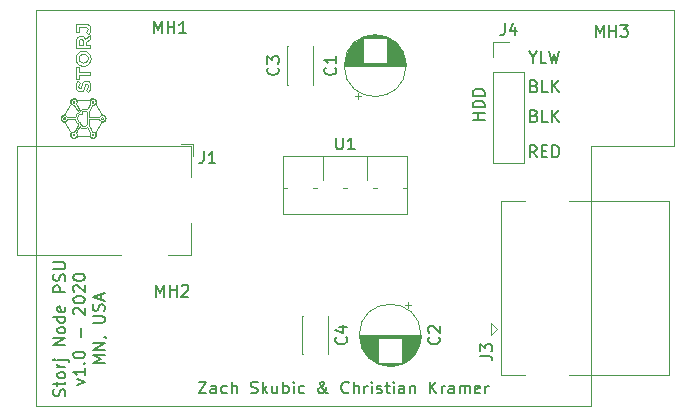
<source format=gbr>
%TF.GenerationSoftware,KiCad,Pcbnew,(5.1.6)-1*%
%TF.CreationDate,2020-05-29T18:25:57-04:00*%
%TF.ProjectId,storjNodePSU,73746f72-6a4e-46f6-9465-5053552e6b69,rev?*%
%TF.SameCoordinates,Original*%
%TF.FileFunction,Legend,Top*%
%TF.FilePolarity,Positive*%
%FSLAX46Y46*%
G04 Gerber Fmt 4.6, Leading zero omitted, Abs format (unit mm)*
G04 Created by KiCad (PCBNEW (5.1.6)-1) date 2020-05-29 18:25:57*
%MOMM*%
%LPD*%
G01*
G04 APERTURE LIST*
%ADD10C,0.060500*%
%ADD11C,0.150000*%
%TA.AperFunction,Profile*%
%ADD12C,0.050000*%
%TD*%
%ADD13C,0.120000*%
G04 APERTURE END LIST*
D10*
X98445495Y-104654551D02*
X98445495Y-104632826D01*
X98445495Y-104632826D02*
X98432988Y-104567596D01*
X98290808Y-104449676D02*
X98273257Y-104449676D01*
X98095838Y-104925426D02*
X98445495Y-104925426D01*
X98343476Y-104463426D02*
X98290808Y-104449676D01*
X98445495Y-104925426D02*
X98445495Y-104654551D01*
X98397871Y-104503301D02*
X98343476Y-104463426D01*
X98432988Y-104567596D02*
X98397871Y-104503301D01*
X98273257Y-104449676D02*
X98273257Y-104449676D01*
X98813533Y-106217211D02*
X98836061Y-106146206D01*
X98543010Y-104287646D02*
X98580333Y-104332196D01*
X98391931Y-104196291D02*
X98448861Y-104218951D01*
X98250883Y-104449676D02*
X98194156Y-104464251D01*
X98328285Y-104182156D02*
X98391931Y-104196291D01*
X98254398Y-104177261D02*
X98257890Y-104177261D01*
X99071643Y-104140686D02*
X99071643Y-104454021D01*
X98843937Y-106048746D02*
X98836215Y-105990391D01*
X98538022Y-106430887D02*
X98609401Y-106410536D01*
X98458294Y-106437871D02*
X98461759Y-106437871D01*
X98609401Y-106410536D02*
X98674268Y-106377921D01*
X99071643Y-104454021D02*
X98681313Y-104715106D01*
X98269798Y-104449676D02*
X98250883Y-104449676D01*
X98636016Y-104438291D02*
X99071643Y-104140686D01*
X97913068Y-104365196D02*
X97959020Y-104299361D01*
X97851869Y-104636731D02*
X97851869Y-104611211D01*
X99071643Y-105193771D02*
X97851869Y-105193771D01*
X98541338Y-105708846D02*
X98484221Y-105701971D01*
X98676660Y-105760821D02*
X98612327Y-105728811D01*
X98674268Y-106377921D02*
X98730995Y-106334141D01*
X98630735Y-104424101D02*
X98636016Y-104438291D01*
X98814072Y-105919771D02*
X98779071Y-105857291D01*
X98257890Y-104177261D02*
X98275468Y-104177261D01*
X98681313Y-104925701D02*
X99071643Y-104925701D01*
X97851869Y-105193771D02*
X97851869Y-104636731D01*
X99071643Y-104925701D02*
X99071643Y-105193771D01*
X98165061Y-104185236D02*
X98232057Y-104177261D01*
X98016759Y-104246946D02*
X98085630Y-104208666D01*
X97851869Y-104611211D02*
X97858849Y-104534541D01*
X97858849Y-104534541D02*
X97879468Y-104443791D01*
X98484221Y-105701971D02*
X98465218Y-105701971D01*
X98499203Y-104249696D02*
X98543010Y-104287646D01*
X98382146Y-106431051D02*
X98439258Y-106437871D01*
X98095838Y-104637831D02*
X98095838Y-104659721D01*
X98732760Y-105803996D02*
X98676660Y-105760821D01*
X98273257Y-104449676D02*
X98269798Y-104449676D01*
X98095838Y-104659721D02*
X98095838Y-104925426D01*
X98843937Y-106068161D02*
X98843937Y-106048746D01*
X98448861Y-104218951D02*
X98499203Y-104249696D01*
X98480822Y-106437871D02*
X98538022Y-106430887D01*
X98106844Y-104571941D02*
X98095838Y-104637831D01*
X98275468Y-104177261D02*
X98328285Y-104182156D01*
X98311158Y-106411086D02*
X98382146Y-106431051D01*
X97879468Y-104443791D02*
X97913068Y-104365196D01*
X98681313Y-104715106D02*
X98681313Y-104925701D01*
X98730995Y-106334141D02*
X98777970Y-106280186D01*
X98843937Y-106087686D02*
X98843937Y-106068161D01*
X98139761Y-104505887D02*
X98106844Y-104571941D01*
X98194156Y-104464251D02*
X98139761Y-104505887D01*
X98232057Y-104177261D02*
X98254398Y-104177261D01*
X98246819Y-106379021D02*
X98311158Y-106411086D01*
X98779071Y-105857291D02*
X98732760Y-105803996D01*
X98836061Y-106146206D02*
X98843937Y-106087686D01*
X98461759Y-106437871D02*
X98480822Y-106437871D01*
X98611309Y-104382686D02*
X98630735Y-104424101D01*
X98465218Y-105701971D02*
X98465218Y-105701971D01*
X98612327Y-105728811D02*
X98541338Y-105708846D01*
X98085630Y-104208666D02*
X98165061Y-104185236D01*
X98777970Y-106280186D02*
X98813533Y-106217211D01*
X98580333Y-104332196D02*
X98611309Y-104382686D01*
X98836215Y-105990391D02*
X98814072Y-105919771D01*
X99071643Y-104140686D02*
X99071643Y-104140686D01*
X97959020Y-104299361D02*
X98016759Y-104246946D01*
X98439258Y-106437871D02*
X98458294Y-106437871D01*
X98087275Y-106149506D02*
X98109412Y-106220126D01*
X98496821Y-106718426D02*
X98465246Y-106718426D01*
X98190730Y-106335901D02*
X98246819Y-106379021D01*
X98144414Y-106282606D02*
X98190730Y-106335901D01*
X97844257Y-105932311D02*
X97880750Y-105808286D01*
X98908507Y-106536266D02*
X98815772Y-106613101D01*
X99042190Y-105811256D02*
X99079068Y-105935666D01*
X98145520Y-105859711D02*
X98109946Y-105922686D01*
X98109412Y-106220126D02*
X98144414Y-106282606D01*
X98249211Y-105761921D02*
X98192484Y-105805756D01*
X98014972Y-105603631D02*
X98107707Y-105526796D01*
X98706355Y-105470091D02*
X98813385Y-105527896D01*
X99079222Y-106207586D02*
X99042729Y-106331611D01*
X98109946Y-105922686D02*
X98087418Y-105993691D01*
X98461759Y-105701971D02*
X98442657Y-105701971D01*
X98984990Y-106441777D02*
X98908507Y-106536266D01*
X98099331Y-107836554D02*
X97851869Y-107836554D01*
X99091965Y-106037691D02*
X99091965Y-106071681D01*
X98430095Y-106718426D02*
X98335209Y-106705996D01*
X97851869Y-107836554D02*
X97851869Y-106828206D01*
X97831547Y-106102206D02*
X97831547Y-106068161D01*
X98079575Y-106091151D02*
X98087275Y-106149506D01*
X98079575Y-106071681D02*
X98079575Y-106091151D01*
X98314084Y-105729306D02*
X98249211Y-105761921D01*
X98442657Y-105701971D02*
X98385457Y-105709012D01*
X99091965Y-106071681D02*
X99091965Y-106105671D01*
X98079575Y-106052211D02*
X98079575Y-106071681D01*
X98458266Y-105421416D02*
X98461759Y-105421416D01*
X98217135Y-106669806D02*
X98110100Y-106612001D01*
X98465246Y-106718426D02*
X98461759Y-106718426D01*
X98493389Y-105421416D02*
X98588270Y-105433901D01*
X98087418Y-105993691D02*
X98079575Y-106052211D01*
X98331865Y-105433791D02*
X98426663Y-105421416D01*
X98192484Y-105805756D02*
X98145520Y-105859711D01*
X97844411Y-106204231D02*
X97831547Y-106102206D01*
X97938494Y-105698066D02*
X98014972Y-105603631D01*
X98461759Y-105421416D02*
X98493389Y-105421416D01*
X98385457Y-105709012D02*
X98314084Y-105729306D01*
X98465218Y-105701971D02*
X98461759Y-105701971D01*
X98591619Y-106706106D02*
X98496821Y-106718426D01*
X99091965Y-106105671D02*
X99079222Y-106207586D01*
X98461759Y-105421416D02*
X98461759Y-105421416D01*
X98426663Y-105421416D02*
X98458266Y-105421416D01*
X98214182Y-105469541D02*
X98331865Y-105433791D01*
X98461759Y-106718426D02*
X98430095Y-106718426D01*
X98099331Y-106828206D02*
X98099331Y-106828206D01*
X97851869Y-106828206D02*
X98099331Y-106828206D01*
X98107707Y-105526796D02*
X98214182Y-105469541D01*
X98709303Y-106670356D02*
X98591619Y-106706106D01*
X97881294Y-106328641D02*
X97844411Y-106204231D01*
X98335209Y-106705996D02*
X98217135Y-106669806D01*
X98815772Y-106613101D02*
X98709303Y-106670356D01*
X98813385Y-105527896D02*
X98906753Y-105605336D01*
X99042729Y-106331611D02*
X98984990Y-106441777D01*
X98016732Y-106534561D02*
X97939600Y-106439411D01*
X98588270Y-105433901D02*
X98706355Y-105470091D01*
X97880750Y-105808286D02*
X97938494Y-105698066D01*
X97831547Y-106034226D02*
X97844257Y-105932311D01*
X97831547Y-106068161D02*
X97831547Y-106034226D01*
X97939600Y-106439411D02*
X97881294Y-106328641D01*
X98110100Y-106612001D02*
X98016732Y-106534561D01*
X99079068Y-105935666D02*
X99091965Y-106037691D01*
X98983890Y-105700486D02*
X99042190Y-105811256D01*
X98906753Y-105605336D02*
X98983890Y-105700486D01*
X98515136Y-108023708D02*
X98569449Y-107992259D01*
X98347469Y-108330762D02*
X98367197Y-108265285D01*
X98322642Y-108424515D02*
X98337118Y-108370775D01*
X98099331Y-107198521D02*
X99071643Y-107198521D01*
X98305218Y-108482639D02*
X98322642Y-108424515D01*
X97936256Y-108761786D02*
X97893460Y-108699576D01*
X98253298Y-108587827D02*
X98271503Y-108563060D01*
X98072144Y-108439492D02*
X98072144Y-108458890D01*
X98099331Y-106828206D02*
X98099331Y-107198521D01*
X98104105Y-108302586D02*
X98080378Y-108381307D01*
X97842288Y-108545152D02*
X97835606Y-108477860D01*
X98710469Y-107966651D02*
X98710469Y-107966651D01*
X98688507Y-107966651D02*
X98707004Y-107966651D01*
X98707004Y-107966651D02*
X98710469Y-107966651D01*
X98633007Y-107973130D02*
X98688507Y-107966651D01*
X98167866Y-108615426D02*
X98178256Y-108615426D01*
X98072144Y-108458890D02*
X98072144Y-108475836D01*
X97990414Y-108003182D02*
X98192154Y-108142327D01*
X98459366Y-108771785D02*
X98413562Y-108818574D01*
X98468914Y-108067125D02*
X98515136Y-108023708D01*
X98123404Y-108873475D02*
X98052058Y-108849962D01*
X98429617Y-108122087D02*
X98468914Y-108067125D01*
X98271503Y-108563060D02*
X98288509Y-108528388D01*
X98209375Y-108612797D02*
X98232887Y-108603997D01*
X98141846Y-108222863D02*
X98104105Y-108302586D01*
X98192154Y-108142327D02*
X98178635Y-108161802D01*
X98080378Y-108526650D02*
X98102994Y-108575650D01*
X97875800Y-108209102D02*
X97924376Y-108101022D01*
X98357407Y-108853009D02*
X98288927Y-108874283D01*
X98102994Y-108575650D02*
X98136714Y-108605399D01*
X98181743Y-108615426D02*
X98188634Y-108615426D01*
X98341743Y-108352773D02*
X98347469Y-108330762D01*
X97835606Y-108423404D02*
X97845841Y-108327292D01*
X98569449Y-107992259D02*
X98633007Y-107973130D01*
X98182782Y-108881560D02*
X98123404Y-108873475D01*
X98080378Y-108381307D02*
X98072144Y-108439492D01*
X97861868Y-108626943D02*
X97842288Y-108545152D01*
X98099331Y-107466250D02*
X98099331Y-107836554D01*
X98337118Y-108370775D02*
X98341743Y-108352773D01*
X99071643Y-107466250D02*
X98099331Y-107466250D01*
X99071643Y-107198521D02*
X99071643Y-107466250D01*
X98396105Y-108188274D02*
X98429617Y-108122087D01*
X98367197Y-108265285D02*
X98396105Y-108188274D01*
X98288509Y-108528388D02*
X98305218Y-108482639D01*
X98136714Y-108605399D02*
X98167866Y-108615426D01*
X97924376Y-108101022D02*
X97972006Y-108026128D01*
X98496728Y-108713474D02*
X98459366Y-108771785D01*
X98232887Y-108603997D02*
X98253298Y-108587827D01*
X97972006Y-108026128D02*
X97990414Y-108003182D01*
X98188634Y-108615426D02*
X98209375Y-108612797D01*
X98413562Y-108818574D02*
X98357407Y-108853009D01*
X98178256Y-108615426D02*
X98181743Y-108615426D01*
X98202599Y-108881560D02*
X98182782Y-108881560D01*
X98072144Y-108475836D02*
X98080378Y-108526650D01*
X97845841Y-108327292D02*
X97875800Y-108209102D01*
X98226799Y-108881560D02*
X98206091Y-108881560D01*
X98178635Y-108161802D02*
X98141846Y-108222863D01*
X97835606Y-108455425D02*
X97835606Y-108423404D01*
X97835606Y-108477860D02*
X97835606Y-108455425D01*
X98052058Y-108849962D02*
X97989397Y-108812331D01*
X97989397Y-108812331D02*
X97936256Y-108761786D01*
X98206091Y-108881560D02*
X98202599Y-108881560D01*
X98288927Y-108874283D02*
X98226799Y-108881560D01*
X97893460Y-108699576D02*
X97861868Y-108626943D01*
X98438686Y-110549198D02*
X98480525Y-110525774D01*
X98330138Y-110747061D02*
X98335121Y-110708660D01*
X98330138Y-110760338D02*
X98330138Y-110759980D01*
X98330138Y-110760492D02*
X98330138Y-110760338D01*
X98822696Y-111493284D02*
X98822663Y-111493581D01*
X98124301Y-103451811D02*
X98124301Y-103851991D01*
X98822696Y-111496865D02*
X98822696Y-111496865D01*
X98774324Y-110608670D02*
X98797869Y-110648589D01*
X97851869Y-103177086D02*
X98649204Y-103177086D01*
X98821145Y-110728685D02*
X98822009Y-110740708D01*
X98563987Y-110505781D02*
X98576401Y-110505781D01*
X98588248Y-110505781D02*
X98623816Y-110510495D01*
X98822663Y-111493889D02*
X98822696Y-111496128D01*
X98708643Y-110545497D02*
X98744305Y-110573998D01*
X98822696Y-111496128D02*
X98822696Y-111496865D01*
X98822663Y-111493615D02*
X98822663Y-111493889D01*
X98576401Y-110505781D02*
X98588248Y-110505781D01*
X98256070Y-110769198D02*
X98311576Y-110760761D01*
X98822696Y-111493169D02*
X98822696Y-111493284D01*
X98822696Y-110743662D02*
X98822696Y-111493169D01*
X98623816Y-110510495D02*
X98668179Y-110524014D01*
X98402254Y-110580202D02*
X98438686Y-110549198D01*
X98526747Y-110510946D02*
X98563987Y-110505781D01*
X98372175Y-110617800D02*
X98402254Y-110580202D01*
X98814039Y-110692902D02*
X98821145Y-110728685D01*
X98668179Y-110524014D02*
X98708643Y-110545497D01*
X98330138Y-110759837D02*
X98330138Y-110747061D01*
X98744305Y-110573998D02*
X98774324Y-110608670D01*
X98480525Y-110525774D02*
X98526747Y-110510946D01*
X98124301Y-103851991D02*
X97851869Y-103851991D01*
X98330138Y-110759980D02*
X98330138Y-110759837D01*
X98822009Y-110740708D02*
X98822097Y-110740945D01*
X99087906Y-103608341D02*
X99087906Y-103640956D01*
X99087906Y-103585241D02*
X99087906Y-103608341D01*
X98797869Y-110648589D02*
X98814039Y-110692902D01*
X98311576Y-110760761D02*
X98330138Y-110760492D01*
X99081196Y-103515886D02*
X99087906Y-103585241D01*
X99060956Y-103432396D02*
X99081196Y-103515886D01*
X99027126Y-103358751D02*
X99060956Y-103432396D01*
X98979529Y-103296216D02*
X99027126Y-103358751D01*
X98918055Y-103245726D02*
X98979529Y-103296216D01*
X98842595Y-103208271D02*
X98918055Y-103245726D01*
X98753017Y-103185061D02*
X98842595Y-103208271D01*
X98675142Y-103177086D02*
X98753017Y-103185061D01*
X98649204Y-103177086D02*
X98675142Y-103177086D01*
X98822696Y-110743007D02*
X98822696Y-110743662D01*
X98349471Y-110660975D02*
X98372175Y-110617800D01*
X98335121Y-110708660D02*
X98349471Y-110660975D01*
X97851869Y-103851991D02*
X97851869Y-103177086D01*
X98822663Y-111493581D02*
X98822663Y-111493615D01*
X98822097Y-110740945D02*
X98822696Y-110743007D01*
X98571627Y-111816866D02*
X98524090Y-111823488D01*
X97656718Y-109686386D02*
X97663670Y-109686540D01*
X98187144Y-110792117D02*
X98256070Y-110769198D01*
X98070560Y-110874595D02*
X98124812Y-110827746D01*
X98145102Y-111473886D02*
X98100755Y-111441904D01*
X98445165Y-111816926D02*
X98386354Y-111798039D01*
X98768983Y-111679481D02*
X98730610Y-111727826D01*
X97590834Y-109765201D02*
X97590922Y-109757974D01*
X98797990Y-111624014D02*
X98768983Y-111679481D01*
X98822696Y-111496865D02*
X98822696Y-111513338D01*
X97610084Y-109809481D02*
X97595756Y-109786893D01*
X98100755Y-111441904D02*
X98061463Y-111403772D01*
X97992059Y-110995952D02*
X98025834Y-110931168D01*
X97963321Y-111124949D02*
X97970752Y-111067447D01*
X97980300Y-111259105D02*
X97967672Y-111203005D01*
X98193975Y-111515427D02*
X98193892Y-111499043D01*
X98219159Y-111625444D02*
X98200597Y-111564515D01*
X97590922Y-109757974D02*
X97591015Y-109750906D01*
X97668565Y-109829831D02*
X97661283Y-109829738D01*
X98730610Y-111727826D02*
X98684063Y-111767718D01*
X98000589Y-111311713D02*
X97980300Y-111259105D01*
X98333086Y-111768136D02*
X98286655Y-111728536D01*
X98027831Y-111360146D02*
X98000589Y-111311713D01*
X97612680Y-109706802D02*
X97635708Y-109691644D01*
X97632403Y-109824276D02*
X97610084Y-109809481D01*
X97661283Y-109829738D02*
X97654034Y-109829677D01*
X97963321Y-111158846D02*
X97963321Y-111144100D01*
X97967672Y-111203005D02*
X97963321Y-111158846D01*
X97728598Y-109788587D02*
X97713566Y-109810642D01*
X98193892Y-111499043D02*
X98181297Y-111493702D01*
X97734180Y-109753112D02*
X97734153Y-109760212D01*
X97635708Y-109691644D02*
X97656718Y-109686386D01*
X97734153Y-109760212D02*
X97734092Y-109767313D01*
X98124812Y-110827746D02*
X98187144Y-110792117D01*
X98248254Y-111680559D02*
X98219159Y-111625444D01*
X98492487Y-111823488D02*
X98445165Y-111816926D01*
X97595756Y-109786893D02*
X97590834Y-109765201D01*
X97670650Y-109686716D02*
X97691572Y-109692777D01*
X98025834Y-110931168D02*
X98070560Y-110874595D01*
X98816278Y-111562689D02*
X98797990Y-111624014D01*
X97963321Y-111144100D02*
X97963321Y-111124949D01*
X98061463Y-111403772D02*
X98027831Y-111360146D01*
X97728873Y-109731717D02*
X97734180Y-109753112D01*
X98181297Y-111493702D02*
X98145102Y-111473886D01*
X98508278Y-111823488D02*
X98492487Y-111823488D01*
X98684063Y-111767718D02*
X98630642Y-111797830D01*
X97713566Y-109810642D02*
X97690554Y-109824876D01*
X97596950Y-109729687D02*
X97612680Y-109706802D01*
X97690554Y-109824876D02*
X97668565Y-109829831D01*
X98286655Y-111728536D02*
X98248254Y-111680559D01*
X97714006Y-109708534D02*
X97728873Y-109731717D01*
X98524090Y-111823488D02*
X98508278Y-111823488D01*
X97663670Y-109686540D02*
X97670650Y-109686716D01*
X98822696Y-111513338D02*
X98816278Y-111562689D01*
X97734092Y-109767313D02*
X97728598Y-109788587D01*
X98200597Y-111564515D02*
X98193975Y-111515427D01*
X97591015Y-109750906D02*
X97596950Y-109729687D01*
X97970752Y-111067447D02*
X97992059Y-110995952D01*
X98630642Y-111797830D02*
X98571627Y-111816866D01*
X98386354Y-111798039D02*
X98333086Y-111768136D01*
X97691572Y-109692777D02*
X97714006Y-109708534D01*
X97734153Y-112534384D02*
X97734153Y-112534384D01*
X97734153Y-109760212D02*
X97734153Y-109760212D01*
X97654034Y-109829677D02*
X97632403Y-109824276D01*
X97670831Y-112608147D02*
X97663791Y-112608356D01*
X99266579Y-112608356D02*
X99259814Y-112608386D01*
X97734092Y-112527312D02*
X97734153Y-112534384D01*
X97668505Y-112465067D02*
X97690494Y-112469901D01*
X97734213Y-112541545D02*
X97728955Y-112563030D01*
X99991444Y-111149452D02*
X99991474Y-111142439D01*
X100062312Y-111221925D02*
X100055241Y-111221865D01*
X97728576Y-112506067D02*
X97734092Y-112527312D01*
X97632282Y-112470737D02*
X97653974Y-112465276D01*
X97635895Y-112603372D02*
X97612823Y-112588244D01*
X100012421Y-111098901D02*
X100035308Y-111084007D01*
X100128974Y-111179163D02*
X100113637Y-111201784D01*
X99991384Y-111156514D02*
X99991444Y-111149452D01*
X97663791Y-112608356D02*
X97656839Y-112608565D01*
X97734153Y-112534384D02*
X97734213Y-112541545D01*
X99232925Y-112602567D02*
X99210490Y-112586573D01*
X100070816Y-111078760D02*
X100092003Y-111084365D01*
X100034144Y-111216106D02*
X100011616Y-111200684D01*
X100092003Y-111084365D02*
X100114532Y-111099583D01*
X99232270Y-112470348D02*
X99253726Y-112465156D01*
X99259814Y-112608386D02*
X99253099Y-112608416D01*
X97713473Y-112484045D02*
X97728576Y-112506067D01*
X97690494Y-112469901D02*
X97713473Y-112484045D01*
X97612823Y-112588244D02*
X97597010Y-112565327D01*
X99210490Y-112586573D02*
X99195057Y-112563208D01*
X100011616Y-111200684D02*
X99996696Y-111177766D01*
X97661223Y-112465156D02*
X97668505Y-112465067D01*
X97597010Y-112565327D02*
X97591015Y-112544111D01*
X99195057Y-112563208D02*
X99189359Y-112542202D01*
X97653974Y-112465276D02*
X97661223Y-112465156D01*
X100134673Y-111150876D02*
X100134643Y-111157949D01*
X97609957Y-112485567D02*
X97632282Y-112470737D01*
X97656839Y-112608565D02*
X97635895Y-112603372D01*
X100134703Y-111143781D02*
X100134673Y-111150876D01*
X99209621Y-112484880D02*
X99232270Y-112470348D01*
X100056643Y-111078667D02*
X100063774Y-111078700D01*
X99997114Y-111121369D02*
X100012421Y-111098901D01*
X99253099Y-112608416D02*
X99232925Y-112602567D01*
X97691841Y-112602030D02*
X97670831Y-112608147D01*
X99286962Y-112602328D02*
X99266579Y-112608356D01*
X99996696Y-111177766D02*
X99991384Y-111156514D01*
X97595668Y-112508155D02*
X97609957Y-112485567D01*
X97590801Y-112529818D02*
X97595668Y-112508155D01*
X100063774Y-111078700D02*
X100070816Y-111078760D01*
X97590922Y-112537010D02*
X97590801Y-112529818D01*
X100129391Y-111122414D02*
X100134703Y-111143781D01*
X100114532Y-111099583D02*
X100129391Y-111122414D01*
X97591015Y-112544111D02*
X97590922Y-112537010D01*
X97714221Y-112586245D02*
X97691841Y-112602030D01*
X97728955Y-112563030D02*
X97714221Y-112586245D01*
X99991444Y-111149452D02*
X99991444Y-111149452D01*
X100113637Y-111201784D02*
X100090720Y-111216733D01*
X99194733Y-112507081D02*
X99209621Y-112484880D01*
X100055241Y-111221865D02*
X100034144Y-111216106D01*
X100134643Y-111157949D02*
X100128974Y-111179163D01*
X99189359Y-112535190D02*
X99189359Y-112528177D01*
X100069384Y-111222019D02*
X100062312Y-111221925D01*
X100090720Y-111216733D02*
X100069384Y-111222019D01*
X100035308Y-111084007D02*
X100056643Y-111078667D01*
X99253726Y-112465156D02*
X99260881Y-112465156D01*
X99260881Y-112465156D02*
X99260881Y-112465156D01*
X99189359Y-112528177D02*
X99194733Y-112507081D01*
X99189359Y-112542202D02*
X99189359Y-112535190D01*
X99991474Y-111142439D02*
X99997114Y-111121369D01*
X96837570Y-111216348D02*
X96815042Y-111201157D01*
X99288843Y-109824249D02*
X99267630Y-109829738D01*
X99332590Y-109765795D02*
X99327013Y-109786678D01*
X96865587Y-111221925D02*
X96865587Y-111221925D01*
X99332590Y-109758810D02*
X99332590Y-109765795D01*
X96931708Y-111177584D02*
X96915835Y-111200503D01*
X96937797Y-111150106D02*
X96937709Y-111156998D01*
X99310123Y-109708622D02*
X99326408Y-109731838D01*
X96893219Y-111084519D02*
X96916341Y-111100177D01*
X96872506Y-111078700D02*
X96893219Y-111084519D01*
X99260584Y-109829738D02*
X99253429Y-109829738D01*
X99253429Y-109829738D02*
X99232001Y-109824485D01*
X96794571Y-111157295D02*
X96794571Y-111150222D01*
X96837537Y-111084277D02*
X96858575Y-111078727D01*
X96794571Y-111143176D02*
X96800000Y-111122023D01*
X96800000Y-111122023D02*
X96814982Y-111099374D01*
X96794571Y-111150222D02*
X96794571Y-111143176D01*
X99210457Y-109708441D02*
X99232925Y-109692568D01*
X99189332Y-109766449D02*
X99189359Y-109759409D01*
X97879232Y-109541637D02*
X97919129Y-109590009D01*
X96800033Y-111178453D02*
X96794571Y-111157295D01*
X96858575Y-111221925D02*
X96837570Y-111216348D01*
X99326408Y-109731838D02*
X99332557Y-109752067D01*
X99209445Y-109809839D02*
X99194639Y-109787547D01*
X96865587Y-111221925D02*
X96858575Y-111221925D01*
X99194639Y-109787547D02*
X99189332Y-109766449D01*
X99266794Y-109686452D02*
X99286929Y-109692414D01*
X99253308Y-109686600D02*
X99260111Y-109686512D01*
X99189359Y-109759409D02*
X99189392Y-109752457D01*
X99189392Y-109752457D02*
X99195118Y-109731563D01*
X97919129Y-109590009D02*
X97929744Y-109607708D01*
X99310145Y-112586304D02*
X99286962Y-112602328D01*
X99311707Y-109809184D02*
X99288843Y-109824249D01*
X96814982Y-111099374D02*
X96837537Y-111084277D01*
X96858575Y-111078727D02*
X96865620Y-111078700D01*
X96815042Y-111201157D02*
X96800033Y-111178453D01*
X96937857Y-111143363D02*
X96937797Y-111150106D01*
X99326359Y-112563328D02*
X99310145Y-112586304D01*
X99327013Y-109786678D02*
X99311707Y-109809184D01*
X99332530Y-112543097D02*
X99326359Y-112563328D01*
X99311971Y-112485984D02*
X99327189Y-112508573D01*
X96932132Y-111122980D02*
X96937857Y-111143363D01*
X96916341Y-111100177D02*
X96932132Y-111122980D01*
X96865620Y-111078700D02*
X96872506Y-111078700D01*
X99332557Y-109752067D02*
X99332590Y-109758810D01*
X99232001Y-109824485D02*
X99209445Y-109809839D01*
X99195118Y-109731563D02*
X99210457Y-109708441D01*
X99332590Y-112536323D02*
X99332530Y-112543097D01*
X99332618Y-112529401D02*
X99332590Y-112536323D01*
X99327189Y-112508573D02*
X99332618Y-112529401D01*
X99289140Y-112470796D02*
X99311971Y-112485984D01*
X99286929Y-109692414D02*
X99310123Y-109708622D01*
X96915835Y-111200503D02*
X96892889Y-111216167D01*
X99267927Y-112465186D02*
X99289140Y-112470796D01*
X96937709Y-111156998D02*
X96931708Y-111177584D01*
X97929744Y-109607708D02*
X97929744Y-109607708D01*
X97817698Y-109493688D02*
X97879232Y-109541637D01*
X99260584Y-109829738D02*
X99260584Y-109829738D01*
X99260111Y-109686512D02*
X99266794Y-109686452D01*
X99267630Y-109829738D02*
X99260584Y-109829738D01*
X99260881Y-112465156D02*
X99267927Y-112465186D01*
X96872385Y-111221958D02*
X96865587Y-111221925D01*
X96892889Y-111216167D02*
X96872385Y-111221958D01*
X99232925Y-109692568D02*
X99253308Y-109686600D01*
X97466913Y-109522453D02*
X97529245Y-109482974D01*
X96907541Y-110814199D02*
X96917656Y-110799756D01*
X97745015Y-109463966D02*
X97817698Y-109493688D01*
X97607845Y-109456810D02*
X97632639Y-109454148D01*
X97354477Y-109772450D02*
X97359696Y-109701307D01*
X97366439Y-109845050D02*
X97354477Y-109772450D01*
X96828050Y-110840374D02*
X96843659Y-110838702D01*
X96553677Y-111151146D02*
X96554007Y-111134800D01*
X97399560Y-109921406D02*
X97396788Y-109916478D01*
X96810829Y-110843382D02*
X96813992Y-110842937D01*
X97359014Y-112262547D02*
X96949759Y-111552310D01*
X96949759Y-111552310D02*
X96908944Y-111481201D01*
X97656570Y-109452900D02*
X97661047Y-109452509D01*
X97359696Y-109701307D02*
X97380976Y-109634202D01*
X97399230Y-109964048D02*
X97404901Y-109942917D01*
X96843659Y-110838702D02*
X96848873Y-110838702D01*
X96669512Y-110907358D02*
X96712720Y-110877614D01*
X96742206Y-111431998D02*
X96688372Y-111402485D01*
X96872506Y-111457298D02*
X96867468Y-111457276D01*
X97406485Y-112353616D02*
X97402189Y-112337205D01*
X96873821Y-110836040D02*
X96892680Y-110827927D01*
X96797970Y-110845230D02*
X96810829Y-110843382D01*
X96712720Y-110877614D02*
X96760196Y-110855889D01*
X96906463Y-111476905D02*
X96892059Y-111462820D01*
X96575847Y-111032896D02*
X96600014Y-110986201D01*
X96892059Y-111462820D02*
X96872506Y-111457298D01*
X96576172Y-111261047D02*
X96559045Y-111200327D01*
X96641996Y-111363369D02*
X96604222Y-111315799D01*
X96867468Y-111457276D02*
X96851144Y-111457243D01*
X96851144Y-111457243D02*
X96802271Y-111450676D01*
X97402189Y-112337205D02*
X97400072Y-112333505D01*
X96892680Y-110827927D02*
X96907541Y-110814199D01*
X96554243Y-111121787D02*
X96560145Y-111082847D01*
X97682084Y-109453043D02*
X97745015Y-109463966D01*
X97661047Y-109452509D02*
X97682084Y-109453043D01*
X97602945Y-109457850D02*
X97607845Y-109456810D01*
X96813992Y-110842937D02*
X96828050Y-110840374D01*
X96920549Y-110794685D02*
X96959967Y-110725726D01*
X97632639Y-109454148D02*
X97656570Y-109452900D01*
X97387240Y-109899742D02*
X97366439Y-109845050D01*
X97584030Y-109461942D02*
X97602945Y-109457850D01*
X97529245Y-109482974D02*
X97584030Y-109461942D01*
X97396491Y-109968761D02*
X97399230Y-109964048D01*
X97380976Y-109634202D02*
X97417078Y-109573713D01*
X96600014Y-110986201D02*
X96631584Y-110943972D01*
X96908944Y-111481201D02*
X96906463Y-111476905D01*
X96802271Y-111450676D02*
X96742206Y-111431998D01*
X96855115Y-110838702D02*
X96873821Y-110836040D01*
X96631584Y-110943972D02*
X96669512Y-110907358D01*
X97396788Y-109916478D02*
X97387240Y-109899742D01*
X97356682Y-110037511D02*
X97396491Y-109968761D01*
X96559045Y-111200327D02*
X96553677Y-111151146D01*
X96917656Y-110799756D02*
X96920549Y-110794685D01*
X96848873Y-110838702D02*
X96855115Y-110838702D01*
X96560145Y-111082847D02*
X96575847Y-111032896D01*
X97400072Y-112333505D02*
X97359014Y-112262547D01*
X97401892Y-112369909D02*
X97406485Y-112353616D01*
X97417078Y-109573713D02*
X97466913Y-109522453D01*
X96604222Y-111315799D02*
X96576172Y-111261047D01*
X97404901Y-109942917D02*
X97399560Y-109921406D01*
X96959967Y-110725726D02*
X97356682Y-110037511D01*
X96554007Y-111134800D02*
X96554243Y-111121787D01*
X96760196Y-110855889D02*
X96797970Y-110845230D01*
X96688372Y-111402485D02*
X96641996Y-111363369D01*
X98950615Y-112663021D02*
X98869061Y-112663260D01*
X100140790Y-111446287D02*
X100126527Y-111449449D01*
X97399593Y-112373519D02*
X97401892Y-112369909D01*
X97360318Y-112601642D02*
X97356891Y-112577531D01*
X97793712Y-112815262D02*
X97705118Y-112840685D01*
X99522698Y-112370834D02*
X99525052Y-112374713D01*
X97870041Y-112763311D02*
X97793712Y-112815262D01*
X98995556Y-112690146D02*
X98993675Y-112686983D01*
X97932406Y-112683312D02*
X97930701Y-112686266D01*
X99057106Y-112766564D02*
X99007843Y-112711063D01*
X99556952Y-112446417D02*
X99569695Y-112519942D01*
X97389622Y-112389126D02*
X97399593Y-112373519D01*
X97359460Y-112471900D02*
X97389622Y-112389126D01*
X97354323Y-112559509D02*
X97359460Y-112471900D01*
X97356891Y-112577531D02*
X97354323Y-112559509D01*
X100058881Y-111457028D02*
X100052734Y-111457149D01*
X97705118Y-112840685D02*
X97631385Y-112842118D01*
X98993675Y-112686983D02*
X98987080Y-112678031D01*
X99320650Y-112837314D02*
X99297104Y-112841760D01*
X99524694Y-112331625D02*
X99522434Y-112335504D01*
X100126527Y-111449449D02*
X100120499Y-111450797D01*
X97385359Y-112671824D02*
X97360318Y-112601642D01*
X98965718Y-112664633D02*
X98954372Y-112663021D01*
X99134634Y-112817441D02*
X99057106Y-112766564D01*
X100052734Y-111457149D02*
X100048557Y-111457276D01*
X99297104Y-112841760D02*
X99223910Y-112841461D01*
X97439336Y-112749764D02*
X97385359Y-112671824D01*
X99456483Y-112774561D02*
X99394031Y-112813770D01*
X100048557Y-111457276D02*
X100031966Y-111461659D01*
X97514769Y-112806728D02*
X97439336Y-112749764D01*
X97948042Y-112668034D02*
X97938819Y-112675107D01*
X98954372Y-112663021D02*
X98950615Y-112663021D01*
X99543197Y-112660992D02*
X99506671Y-112722670D01*
X98053824Y-112663380D02*
X97972303Y-112663231D01*
X99565812Y-112260457D02*
X99524694Y-112331625D01*
X99007843Y-112711063D02*
X98995556Y-112690146D01*
X99535084Y-112391393D02*
X99556952Y-112446417D01*
X100120499Y-111450797D02*
X100058881Y-111457028D01*
X97918529Y-112707273D02*
X97870041Y-112763311D01*
X100182446Y-111431514D02*
X100140790Y-111446287D01*
X97583733Y-112834031D02*
X97514769Y-112806728D01*
X97607609Y-112838060D02*
X97583733Y-112834031D01*
X97958993Y-112664335D02*
X97948042Y-112668034D01*
X97631385Y-112842118D02*
X97607609Y-112838060D01*
X97930701Y-112686266D02*
X97918529Y-112707273D01*
X97938819Y-112675107D02*
X97932406Y-112683312D01*
X99394031Y-112813770D02*
X99339427Y-112833793D01*
X98977505Y-112669556D02*
X98965718Y-112664633D01*
X99339427Y-112833793D02*
X99320650Y-112837314D01*
X97968959Y-112663231D02*
X97958993Y-112664335D01*
X97972303Y-112663231D02*
X97968959Y-112663231D01*
X98869061Y-112663260D02*
X98053824Y-112663380D01*
X99976315Y-111548284D02*
X99565812Y-112260457D01*
X98987080Y-112678031D02*
X98977505Y-112669556D01*
X99506671Y-112722670D02*
X99456483Y-112774561D01*
X100019434Y-111473292D02*
X100017285Y-111476999D01*
X99223910Y-112841461D02*
X99134634Y-112817441D01*
X99564652Y-112592452D02*
X99543197Y-112660992D01*
X99569695Y-112519942D02*
X99564652Y-112592452D01*
X99522434Y-112335504D02*
X99517984Y-112353139D01*
X99517984Y-112353139D02*
X99522698Y-112370834D01*
X100017285Y-111476999D02*
X99976315Y-111548284D01*
X100031966Y-111461659D02*
X100019434Y-111473292D01*
X99525052Y-112374713D02*
X99535084Y-112391393D01*
X99566203Y-109813958D02*
X99537196Y-109900429D01*
X99476355Y-109539101D02*
X99532361Y-109613764D01*
X99313368Y-109455760D02*
X99336022Y-109459406D01*
X100367868Y-111110803D02*
X100369330Y-111125549D01*
X99290070Y-109452036D02*
X99313368Y-109455760D01*
X100366466Y-111096899D02*
X100367868Y-111110803D01*
X100335284Y-111004373D02*
X100356649Y-111055627D01*
X97931570Y-109610810D02*
X97938192Y-109619401D01*
X100171465Y-110859673D02*
X100221804Y-110884654D01*
X100073621Y-110838526D02*
X100116889Y-110843954D01*
X98964701Y-109631457D02*
X98975706Y-109627783D01*
X98975706Y-109627783D02*
X98984957Y-109620749D01*
X99524095Y-109921797D02*
X99518908Y-109943637D01*
X100032115Y-110832580D02*
X100044140Y-110837151D01*
X99525173Y-109964851D02*
X99527884Y-109969537D01*
X100022208Y-110824407D02*
X100032115Y-110832580D01*
X99973242Y-110741836D02*
X100013585Y-110812137D01*
X99005044Y-109588849D02*
X99053113Y-109533700D01*
X98869842Y-109632381D02*
X98951363Y-109632502D01*
X97973106Y-109632557D02*
X98054627Y-109632414D01*
X99518908Y-109943637D02*
X99525173Y-109964851D01*
X97947652Y-109627101D02*
X97958993Y-109631303D01*
X99129657Y-109481368D02*
X99217943Y-109454715D01*
X98991376Y-109612537D02*
X98993108Y-109609556D01*
X99527884Y-109969537D02*
X99568469Y-110039689D01*
X98993108Y-109609556D02*
X99005044Y-109588849D01*
X99527175Y-109916786D02*
X99524095Y-109921797D01*
X99567957Y-109722856D02*
X99566203Y-109813958D01*
X99053113Y-109533700D02*
X99129657Y-109481368D01*
X99564415Y-109704151D02*
X99567957Y-109722856D01*
X98951363Y-109632502D02*
X98954669Y-109632502D01*
X100013585Y-110812137D02*
X100015435Y-110815393D01*
X99401637Y-109484882D02*
X99476355Y-109539101D01*
X99568469Y-110039689D02*
X99973242Y-110741836D01*
X97969580Y-109632590D02*
X97973106Y-109632557D01*
X99537196Y-109900429D02*
X99527175Y-109916786D01*
X100059209Y-110838526D02*
X100073621Y-110838526D01*
X97929744Y-109607708D02*
X97931570Y-109610810D01*
X99336022Y-109459406D02*
X99401637Y-109484882D01*
X100232487Y-111404542D02*
X100182446Y-111431514D01*
X100369330Y-111125549D02*
X100368555Y-111170242D01*
X100055449Y-110838548D02*
X100059209Y-110838526D01*
X100044140Y-110837151D02*
X100055449Y-110838548D01*
X100015435Y-110815393D02*
X100022208Y-110824407D01*
X99217943Y-109454715D02*
X99290070Y-109452036D01*
X98984957Y-109620749D02*
X98991376Y-109612537D01*
X99000000Y-111500000D02*
X99000000Y-111500000D01*
X100275873Y-111369540D02*
X100232487Y-111404542D01*
X100311919Y-111327558D02*
X100275873Y-111369540D01*
X100339879Y-111279637D02*
X100311919Y-111327558D01*
X100359006Y-111226853D02*
X100339879Y-111279637D01*
X97958993Y-109631303D02*
X97969580Y-109632590D01*
X100221804Y-110884654D02*
X100266653Y-110917797D01*
X99000000Y-111517996D02*
X99000000Y-111500000D01*
X100116889Y-110843954D02*
X100171465Y-110859673D01*
X98954669Y-109632502D02*
X98964701Y-109631457D01*
X98054627Y-109632414D02*
X98869842Y-109632381D01*
X100368555Y-111170242D02*
X100359006Y-111226853D01*
X99559999Y-109680875D02*
X99564415Y-109704151D01*
X99532361Y-109613764D02*
X99559999Y-109680875D01*
X97938192Y-109619401D02*
X97947652Y-109627101D01*
X100356649Y-111055627D02*
X100366466Y-111096899D01*
X100304877Y-110958057D02*
X100335284Y-111004373D01*
X100266653Y-110917797D02*
X100304877Y-110958057D01*
X99260111Y-112286120D02*
X99255810Y-112286181D01*
X99056727Y-112364627D02*
X99058608Y-112379457D01*
X98994989Y-111571973D02*
X99000000Y-111517996D01*
X98925645Y-111766497D02*
X98934473Y-111751966D01*
X98947750Y-111804722D02*
X98925645Y-111766497D01*
X99164895Y-112770085D02*
X99207592Y-112784557D01*
X99027720Y-112311006D02*
X99042251Y-112338399D01*
X99472686Y-112393423D02*
X99441380Y-112356750D01*
X99155078Y-112164433D02*
X99090508Y-112052002D01*
X99511445Y-112483418D02*
X99496342Y-112435944D01*
X99250442Y-112790824D02*
X99262729Y-112791421D01*
X98980480Y-111640844D02*
X98994989Y-111571973D01*
X98781067Y-111919424D02*
X98795988Y-111908413D01*
X98934473Y-111751966D02*
X98957155Y-111705953D01*
X99441380Y-112356750D02*
X99403485Y-112326791D01*
X99054131Y-112396496D02*
X99047921Y-112406791D01*
X99024343Y-112304531D02*
X99027720Y-112311006D01*
X98590096Y-111995665D02*
X98664010Y-111977284D01*
X99511302Y-112592720D02*
X99517082Y-112549393D01*
X99055588Y-112680567D02*
X99087131Y-112717717D01*
X99058608Y-112379457D02*
X99055445Y-112394318D01*
X99311850Y-112290597D02*
X99273031Y-112285999D01*
X99516879Y-112522060D02*
X99511445Y-112483418D01*
X99517082Y-112549393D02*
X99517000Y-112534951D01*
X99047921Y-112406791D02*
X99024046Y-112460323D01*
X98664010Y-111977284D02*
X98732936Y-111947859D01*
X98957155Y-111705953D02*
X98980480Y-111640844D01*
X99433774Y-112726012D02*
X99468055Y-112688773D01*
X99024046Y-112460323D02*
X99011907Y-112517256D01*
X99014025Y-111919364D02*
X98947750Y-111804722D01*
X99207740Y-112256607D02*
X99194606Y-112233540D01*
X99273031Y-112285999D02*
X99260111Y-112286120D01*
X99348045Y-112776292D02*
X99393217Y-112755374D01*
X99242984Y-112284745D02*
X99229135Y-112279823D01*
X99031306Y-112636554D02*
X99055588Y-112680567D01*
X99496342Y-112435944D02*
X99472686Y-112393423D01*
X99239668Y-112790317D02*
X99250442Y-112790824D01*
X99055445Y-112394318D02*
X99054131Y-112396496D01*
X99090508Y-112052002D02*
X99014025Y-111919364D01*
X99055528Y-112362479D02*
X99056727Y-112364627D01*
X98732936Y-111947859D02*
X98781067Y-111919424D01*
X99194606Y-112233540D02*
X99155078Y-112164433D01*
X99209830Y-112260336D02*
X99207740Y-112256607D01*
X99217679Y-112270665D02*
X99209830Y-112260336D01*
X99229135Y-112279823D02*
X99217679Y-112270665D01*
X99359980Y-112304441D02*
X99311850Y-112290597D01*
X99468055Y-112688773D02*
X99494433Y-112644163D01*
X99494433Y-112644163D02*
X99511302Y-112592720D01*
X99053680Y-112359286D02*
X99055528Y-112362479D01*
X99255810Y-112286181D02*
X99242984Y-112284745D01*
X99403485Y-112326791D02*
X99359980Y-112304441D01*
X99016049Y-112585976D02*
X99031306Y-112636554D01*
X99042251Y-112338399D02*
X99053680Y-112359286D01*
X98795988Y-111908413D02*
X99024343Y-112304531D01*
X99393217Y-112755374D02*
X99433774Y-112726012D01*
X99011605Y-112529222D02*
X99011253Y-112543366D01*
X99517000Y-112534951D02*
X99516879Y-112522060D01*
X99299920Y-112788287D02*
X99348045Y-112776292D01*
X99262729Y-112791421D02*
X99299920Y-112788287D01*
X99087131Y-112717717D02*
X99124163Y-112747676D01*
X99124163Y-112747676D02*
X99164895Y-112770085D01*
X99011253Y-112543366D02*
X99016049Y-112585976D01*
X99011907Y-112517256D02*
X99011605Y-112529222D01*
X99207592Y-112784557D02*
X99239668Y-112790317D01*
X97655558Y-112791629D02*
X97694316Y-112790167D01*
X98054720Y-111674625D02*
X98027385Y-111722480D01*
X97517821Y-112745259D02*
X97559830Y-112769518D01*
X98512188Y-112001985D02*
X98531636Y-112001985D01*
X97481175Y-112713181D02*
X97517821Y-112745259D01*
X97606707Y-112292209D02*
X97572959Y-112302382D01*
X98013393Y-111595337D02*
X98036339Y-111611061D01*
X97417171Y-112590273D02*
X97428655Y-112628467D01*
X98531636Y-112001985D02*
X98590096Y-111995665D01*
X98235423Y-111913545D02*
X98319155Y-111961257D01*
X98162916Y-111850493D02*
X98179323Y-111867862D01*
X97880667Y-112346903D02*
X97914025Y-112287402D01*
X97912413Y-112583798D02*
X97916109Y-112523134D01*
X97875382Y-112355944D02*
X97880667Y-112346903D01*
X97904680Y-112461933D02*
X97885584Y-112416458D01*
X97725947Y-112248253D02*
X97723169Y-112253175D01*
X97874155Y-112398465D02*
X97868160Y-112379518D01*
X97885584Y-112416458D02*
X97876900Y-112402762D01*
X97461237Y-112386410D02*
X97436146Y-112427469D01*
X97638788Y-112286714D02*
X97621568Y-112289849D01*
X98027385Y-111722480D02*
X97753128Y-112200331D01*
X97916109Y-112523134D02*
X97904680Y-112461933D01*
X97428655Y-112628467D02*
X97451095Y-112674002D01*
X97894692Y-112641328D02*
X97912413Y-112583798D01*
X97723169Y-112253175D02*
X97713269Y-112266991D01*
X97769094Y-112769041D02*
X97821878Y-112736546D01*
X97722845Y-112785304D02*
X97769094Y-112769041D01*
X97412870Y-112564133D02*
X97415054Y-112577264D01*
X97713269Y-112266991D02*
X97698793Y-112279762D01*
X97530889Y-112322972D02*
X97493231Y-112351289D01*
X97419256Y-112473571D02*
X97411798Y-112523791D01*
X97868160Y-112379518D02*
X97872813Y-112360360D01*
X97606140Y-112785214D02*
X97655558Y-112791629D01*
X97876900Y-112402762D02*
X97874155Y-112398465D01*
X97655794Y-112285614D02*
X97638788Y-112286714D01*
X97864134Y-112693100D02*
X97894692Y-112641328D01*
X97966544Y-112190547D02*
X98162916Y-111850493D01*
X97753128Y-112200331D02*
X97725947Y-112248253D01*
X97559830Y-112769518D02*
X97606140Y-112785214D01*
X98052839Y-111669488D02*
X98054720Y-111674625D01*
X98487147Y-112001985D02*
X98512188Y-112001985D01*
X98412044Y-111991452D02*
X98487147Y-112001985D01*
X97956633Y-112209043D02*
X97966544Y-112190547D01*
X97872813Y-112360360D02*
X97875382Y-112355944D01*
X97451095Y-112674002D02*
X97481175Y-112713181D01*
X97914025Y-112287402D02*
X97956633Y-112209043D01*
X97493231Y-112351289D02*
X97461237Y-112386410D01*
X98319155Y-111961257D02*
X98412044Y-111991452D01*
X98037533Y-111616490D02*
X98052839Y-111669488D01*
X98179323Y-111867862D02*
X98235423Y-111913545D01*
X97821878Y-112736546D02*
X97864134Y-112693100D01*
X97415054Y-112577264D02*
X97417171Y-112590273D01*
X97659105Y-112286093D02*
X97655794Y-112285614D01*
X98036339Y-111611061D02*
X98037533Y-111616490D01*
X97706966Y-112787989D02*
X97722845Y-112785304D01*
X97681182Y-112286241D02*
X97664506Y-112286868D01*
X97694316Y-112790167D02*
X97706966Y-112787989D01*
X97411798Y-112523791D02*
X97412870Y-112564133D01*
X97436146Y-112427469D02*
X97419256Y-112473571D01*
X97621568Y-112289849D02*
X97618196Y-112290388D01*
X97618196Y-112290388D02*
X97606707Y-112292209D01*
X97664506Y-112286868D02*
X97659105Y-112286093D01*
X97698793Y-112279762D02*
X97681182Y-112286241D01*
X97572959Y-112302382D02*
X97530889Y-112322972D01*
X96612037Y-111128414D02*
X96612549Y-111173916D01*
X96722895Y-110940479D02*
X96687354Y-110969393D01*
X96774667Y-110913331D02*
X96764074Y-110917924D01*
X97100360Y-111250663D02*
X97110062Y-111245295D01*
X96808233Y-110903360D02*
X96774667Y-110913331D01*
X97088183Y-111266745D02*
X97093051Y-111258902D01*
X96979245Y-111376767D02*
X97038535Y-111333674D01*
X96941135Y-110908579D02*
X96897872Y-110898976D01*
X96913806Y-111399498D02*
X96979245Y-111376767D01*
X96827241Y-111400813D02*
X96847085Y-111402694D01*
X97806187Y-111025399D02*
X97801258Y-111056738D01*
X97801258Y-111056738D02*
X97746803Y-111056738D01*
X96621860Y-111219659D02*
X96627674Y-111238876D01*
X96704514Y-111348596D02*
X96768727Y-111385088D01*
X96655284Y-111293387D02*
X96704514Y-111348596D01*
X96627674Y-111238876D02*
X96655284Y-111293387D01*
X97081594Y-111024360D02*
X97078729Y-111019322D01*
X97142375Y-111057453D02*
X97125781Y-111055875D01*
X97975196Y-110730176D02*
X97894269Y-110823450D01*
X98074559Y-110657306D02*
X98047972Y-110672492D01*
X96618456Y-111208560D02*
X96621860Y-111219659D01*
X96619798Y-111084189D02*
X96612037Y-111128414D01*
X96897872Y-110898976D02*
X96853207Y-110897123D01*
X97202358Y-111057156D02*
X97147930Y-111057426D01*
X96635280Y-111042262D02*
X96619798Y-111084189D01*
X97147930Y-111057426D02*
X97142375Y-111057453D01*
X97019230Y-110950060D02*
X96981956Y-110925712D01*
X97072970Y-111009290D02*
X97051845Y-110981361D01*
X97125781Y-111055875D02*
X97107642Y-111049929D01*
X97107642Y-111049929D02*
X97092330Y-111038236D01*
X97894269Y-110823450D02*
X97835160Y-110933527D01*
X96847085Y-111402694D02*
X96863525Y-111404278D01*
X96753332Y-110922577D02*
X96722895Y-110940479D01*
X96768727Y-111385088D02*
X96827241Y-111400813D01*
X97805735Y-110192738D02*
X98074559Y-110657306D01*
X96612549Y-111173916D02*
X96618456Y-111208560D01*
X97086726Y-111269434D02*
X97088183Y-111266745D01*
X97951056Y-111538676D02*
X98013393Y-111595337D01*
X96764074Y-110917924D02*
X96753332Y-110922577D01*
X97882218Y-111450764D02*
X97951056Y-111538676D01*
X97806659Y-111268180D02*
X97831844Y-111350301D01*
X97077205Y-111286886D02*
X97086726Y-111269434D01*
X97038535Y-111333674D02*
X97077205Y-111286886D01*
X96863525Y-111404278D02*
X96913806Y-111399498D01*
X96853207Y-110897123D02*
X96808233Y-110903360D01*
X97746803Y-111056738D02*
X97202358Y-111057156D01*
X97092330Y-111038236D02*
X97081594Y-111024360D01*
X97831844Y-111350301D02*
X97882218Y-111450764D01*
X97802039Y-111240163D02*
X97806659Y-111268180D01*
X97315861Y-111243859D02*
X97802039Y-111240163D01*
X96981956Y-110925712D02*
X96941135Y-110908579D01*
X97805675Y-110192765D02*
X97805735Y-110192738D01*
X97110062Y-111245295D02*
X97120177Y-111243409D01*
X97299845Y-111243859D02*
X97315861Y-111243859D01*
X97093051Y-111258902D02*
X97100360Y-111250663D01*
X97835160Y-110933527D02*
X97806187Y-111025399D01*
X98047972Y-110672492D02*
X97975196Y-110730176D01*
X96657995Y-111003685D02*
X96635280Y-111042262D01*
X97051845Y-110981361D02*
X97019230Y-110950060D01*
X96687354Y-110969393D02*
X96657995Y-111003685D01*
X97139570Y-111243469D02*
X97299845Y-111243859D01*
X97123543Y-111243409D02*
X97139570Y-111243469D01*
X97120177Y-111243409D02*
X97123543Y-111243409D01*
X97078729Y-111019322D02*
X97072970Y-111009290D01*
X97687392Y-110015968D02*
X97699481Y-110020175D01*
X97587968Y-109521523D02*
X97539656Y-109542830D01*
X97649854Y-110015077D02*
X97672509Y-110014807D01*
X97581825Y-110001316D02*
X97649854Y-110015077D01*
X97506508Y-109960709D02*
X97581825Y-110001316D01*
X97416687Y-109810911D02*
X97421555Y-109833027D01*
X98213643Y-110531950D02*
X98205761Y-110518255D01*
X97780490Y-109538177D02*
X97737343Y-109520814D01*
X97852617Y-109593948D02*
X97819227Y-109562850D01*
X97874155Y-109942444D02*
X97871856Y-109938500D01*
X97909157Y-110002867D02*
X97906231Y-109997856D01*
X98119291Y-110367357D02*
X97909157Y-110002867D01*
X98552344Y-110331574D02*
X98469068Y-110346738D01*
X98580130Y-110331574D02*
X98552344Y-110331574D01*
X98777096Y-110381168D02*
X98692115Y-110347007D01*
X98469068Y-110346738D02*
X98369403Y-110389412D01*
X97641027Y-109510991D02*
X97627629Y-109512129D01*
X97737343Y-109520814D02*
X97690554Y-109511475D01*
X97912743Y-109718082D02*
X97910708Y-109706472D01*
X98608119Y-110331574D02*
X98580130Y-110331574D01*
X98214028Y-110532671D02*
X98213643Y-110531950D01*
X98219429Y-110541053D02*
X98218505Y-110539436D01*
X98284934Y-110455533D02*
X98232887Y-110517986D01*
X97879919Y-109630737D02*
X97852617Y-109593948D01*
X97906231Y-109997856D02*
X97877081Y-109947487D01*
X97910708Y-109706472D02*
X97900236Y-109672394D01*
X97798365Y-110180082D02*
X97805675Y-110192765D01*
X97725650Y-110053148D02*
X97798365Y-110180082D01*
X97884539Y-109886580D02*
X97912177Y-109812913D01*
X97718395Y-110040437D02*
X97725650Y-110053148D01*
X97411171Y-109757292D02*
X97413794Y-109797838D01*
X97627629Y-109512129D02*
X97587968Y-109521523D01*
X97872698Y-109904279D02*
X97875294Y-109900402D01*
X97716514Y-110037181D02*
X97718395Y-110040437D01*
X97709562Y-110028112D02*
X97716514Y-110037181D01*
X97819227Y-109562850D02*
X97780490Y-109538177D01*
X97877081Y-109947487D02*
X97874155Y-109942444D01*
X97497224Y-109573416D02*
X97461958Y-109611674D01*
X97699481Y-110020175D02*
X97709562Y-110028112D01*
X97450199Y-109896189D02*
X97506508Y-109960709D01*
X97676205Y-110014774D02*
X97687392Y-110015968D01*
X97672509Y-110014807D02*
X97676205Y-110014774D01*
X97417705Y-109705157D02*
X97411171Y-109757292D01*
X98232887Y-110517986D02*
X98219429Y-110541053D01*
X97421555Y-109833027D02*
X97450199Y-109896189D01*
X97413794Y-109797838D02*
X97416687Y-109810911D01*
X97912177Y-109812913D02*
X97915576Y-109734346D01*
X97653286Y-109509984D02*
X97641027Y-109510991D01*
X97915576Y-109734346D02*
X97912743Y-109718082D01*
X97435046Y-109656108D02*
X97417705Y-109705157D01*
X97461958Y-109611674D02*
X97435046Y-109656108D01*
X97539656Y-109542830D02*
X97497224Y-109573416D01*
X97875294Y-109900402D02*
X97884539Y-109886580D01*
X98692115Y-110347007D02*
X98608119Y-110331574D01*
X98792705Y-110390540D02*
X98777096Y-110381168D01*
X98218092Y-110538902D02*
X98214028Y-110532671D01*
X97690554Y-109511475D02*
X97653286Y-109509984D01*
X97900236Y-109672394D02*
X97879919Y-109630737D01*
X97867412Y-109921313D02*
X97872698Y-109904279D01*
X97871856Y-109938500D02*
X97867412Y-109921313D01*
X98205761Y-110518255D02*
X98127166Y-110381085D01*
X98218505Y-110539436D02*
X98218092Y-110538902D01*
X98369403Y-110389412D02*
X98284934Y-110455533D01*
X98127166Y-110381085D02*
X98119291Y-110367357D01*
X98687605Y-108242493D02*
X98668036Y-108256727D01*
X98582693Y-108460705D02*
X98578282Y-108478014D01*
X98731858Y-107966651D02*
X98796082Y-107975099D01*
X98733090Y-108232763D02*
X98727084Y-108232763D01*
X98843431Y-108334788D02*
X98820694Y-108279519D01*
X99087906Y-108413680D02*
X99087906Y-108448176D01*
X98649804Y-108279073D02*
X98632287Y-108311006D01*
X98790857Y-103495701D02*
X98728041Y-103463196D01*
X98730610Y-103825591D02*
X98768445Y-103785716D01*
X98851368Y-108408455D02*
X98851368Y-108390047D01*
X98806730Y-103732366D02*
X98830660Y-103676211D01*
X98975503Y-103935701D02*
X98924116Y-103990481D01*
X98728041Y-103463196D02*
X98659742Y-103451811D01*
X98736583Y-108232763D02*
X98733090Y-108232763D01*
X98784559Y-108244825D02*
X98748573Y-108232763D01*
X99075795Y-108551631D02*
X99039419Y-108686321D01*
X99062898Y-108233038D02*
X99081581Y-108319086D01*
X98838954Y-103598221D02*
X98827234Y-103547236D01*
X98838954Y-103630451D02*
X98838954Y-103615272D01*
X98838954Y-103615272D02*
X98838954Y-103598221D01*
X98796082Y-107975099D02*
X98871421Y-107999569D01*
X98830660Y-103676211D02*
X98838954Y-103630451D01*
X98851368Y-108433497D02*
X98851368Y-108408455D01*
X98748573Y-108232763D02*
X98736583Y-108232763D01*
X98924116Y-103990481D02*
X98905108Y-104006486D01*
X99073287Y-103738801D02*
X99033687Y-103847206D01*
X98917021Y-108903461D02*
X98893085Y-108930262D01*
X99087906Y-108448176D02*
X99075795Y-108551631D01*
X98597108Y-108409060D02*
X98582693Y-108460705D01*
X98614923Y-108353851D02*
X98597108Y-108409060D01*
X98668036Y-108256727D02*
X98649804Y-108279073D01*
X98764743Y-108688526D02*
X98811355Y-108601307D01*
X98893085Y-108930262D02*
X98703511Y-108771989D01*
X99087906Y-108390047D02*
X99087906Y-108413680D01*
X98659742Y-103451811D02*
X98637000Y-103451811D01*
X98632287Y-108311006D02*
X98614923Y-108353851D01*
X98727084Y-108232763D02*
X98709094Y-108234969D01*
X98851368Y-108390047D02*
X98843431Y-108334788D01*
X98124301Y-103451811D02*
X98124301Y-103451811D01*
X98840989Y-108508572D02*
X98851368Y-108433497D01*
X98989825Y-108091688D02*
X99032230Y-108156825D01*
X98768445Y-103785716D02*
X98806730Y-103732366D01*
X99087906Y-103640956D02*
X99073287Y-103738801D01*
X99081581Y-108319086D02*
X99087906Y-108390047D01*
X98811355Y-108601307D02*
X98840989Y-108508572D01*
X99039419Y-108686321D02*
X98978544Y-108813860D01*
X98827234Y-103547236D02*
X98790857Y-103495701D01*
X98717096Y-103837856D02*
X98730610Y-103825591D01*
X98719956Y-108752090D02*
X98764743Y-108688526D01*
X98936117Y-108038872D02*
X98989825Y-108091688D01*
X98978544Y-108813860D02*
X98917021Y-108903461D01*
X99033687Y-103847206D02*
X98975503Y-103935701D01*
X98637000Y-103451811D02*
X98124301Y-103451811D01*
X98871421Y-107999569D02*
X98936117Y-108038872D01*
X98710469Y-107966651D02*
X98731858Y-107966651D01*
X98905108Y-104006486D02*
X98717096Y-103837856D01*
X99032230Y-108156825D02*
X99062898Y-108233038D01*
X98527704Y-108644548D02*
X98496728Y-108713474D01*
X98554225Y-108565772D02*
X98527704Y-108644548D01*
X98703511Y-108771989D02*
X98719956Y-108752090D01*
X98572644Y-108500069D02*
X98554225Y-108565772D01*
X98709094Y-108234969D02*
X98687605Y-108242493D01*
X98820694Y-108279519D02*
X98784559Y-108244825D01*
X98578282Y-108478014D02*
X98572644Y-108500069D01*
X99259517Y-110014686D02*
X99273091Y-110015044D01*
X99209533Y-110040888D02*
X99217206Y-110030526D01*
X99198704Y-110058967D02*
X99206310Y-110046586D01*
X99149616Y-109537644D02*
X99098824Y-109571392D01*
X99012353Y-109779913D02*
X99024409Y-109839649D01*
X98829830Y-110332119D02*
X98826667Y-110337245D01*
X99035475Y-109975207D02*
X98848926Y-110298547D01*
X99043329Y-109884496D02*
X99051738Y-109898130D01*
X99058811Y-109614660D02*
X99030464Y-109665238D01*
X99264374Y-109508906D02*
X99223404Y-109512366D01*
X99364754Y-109994215D02*
X99410261Y-109968371D01*
X99449317Y-109933880D02*
X99480623Y-109892102D01*
X99513447Y-109722438D02*
X99503211Y-109682239D01*
X99514701Y-109791843D02*
X99516373Y-109749828D01*
X99030464Y-109665238D02*
X99014652Y-109721063D01*
X99503211Y-109682239D02*
X99481013Y-109633696D01*
X98848926Y-110298547D02*
X98830484Y-110330980D01*
X99410261Y-109968371D02*
X99449317Y-109933880D01*
X99056809Y-109938687D02*
X99054307Y-109942950D01*
X99014652Y-109721063D02*
X99012353Y-109779913D01*
X99480623Y-109892102D02*
X99502854Y-109844302D01*
X99255183Y-110014593D02*
X99259517Y-110014686D01*
X99314055Y-110010088D02*
X99364754Y-109994215D01*
X99242236Y-110016001D02*
X99255183Y-110014593D01*
X99366245Y-109530692D02*
X99316860Y-109514368D01*
X99502854Y-109844302D02*
X99514701Y-109791843D01*
X99207443Y-110044584D02*
X99209533Y-110040888D01*
X99516373Y-109749828D02*
X99514904Y-109736012D01*
X99273091Y-110015044D02*
X99314055Y-110010088D01*
X99411064Y-109556773D02*
X99366245Y-109530692D01*
X99206310Y-110046586D02*
X99207443Y-110044584D01*
X98807775Y-110367027D02*
X98796461Y-110384688D01*
X99060483Y-109920152D02*
X99056809Y-109938687D01*
X99054219Y-109902156D02*
X99060483Y-109920152D01*
X99024409Y-109839649D02*
X99043329Y-109884496D01*
X99514904Y-109736012D02*
X99513447Y-109722438D01*
X99449834Y-109591500D02*
X99411064Y-109556773D01*
X99481013Y-109633696D02*
X99449834Y-109591500D01*
X98796461Y-110384688D02*
X98792705Y-110390540D01*
X98819110Y-110349273D02*
X98807775Y-110367027D01*
X98826667Y-110337245D02*
X98819110Y-110349273D01*
X99223404Y-109512366D02*
X99210243Y-109515501D01*
X98830484Y-110330980D02*
X98829830Y-110332119D01*
X99054307Y-109942950D02*
X99035475Y-109975207D01*
X99316860Y-109514368D02*
X99264374Y-109508906D01*
X99051738Y-109898130D02*
X99054219Y-109902156D01*
X99228448Y-110021132D02*
X99242236Y-110016001D01*
X99217206Y-110030526D02*
X99228448Y-110021132D01*
X99098824Y-109571392D02*
X99058811Y-109614660D01*
X99194639Y-109519235D02*
X99149616Y-109537644D01*
X99210243Y-109515501D02*
X99194639Y-109519235D01*
X100309890Y-111088308D02*
X100286317Y-111028870D01*
X99847827Y-111282238D02*
X99882739Y-111325974D01*
X99810947Y-111057123D02*
X99806498Y-111057096D01*
X100109668Y-110901187D02*
X100088333Y-110898322D01*
X100311024Y-111207543D02*
X100317857Y-111158670D01*
X99000000Y-111496271D02*
X99000000Y-111243590D01*
X100294463Y-111253974D02*
X100311024Y-111207543D01*
X99739244Y-111243711D02*
X99803545Y-111243590D01*
X100197634Y-111364623D02*
X100236665Y-111333977D01*
X99031982Y-111243529D02*
X99096288Y-111243683D01*
X99021510Y-111243562D02*
X99029364Y-111243529D01*
X99806498Y-111057096D02*
X99744045Y-111056975D01*
X99188375Y-110074719D02*
X99198704Y-110058967D01*
X99000000Y-111496837D02*
X99000000Y-111496425D01*
X99000000Y-110744558D02*
X99000000Y-110737392D01*
X99052486Y-111057096D02*
X99038791Y-111057096D01*
X99839920Y-111034568D02*
X99838040Y-111038203D01*
X99803545Y-111243590D02*
X99808082Y-111243590D01*
X99890229Y-110966478D02*
X99849439Y-111016005D01*
X100317857Y-111158670D02*
X100316276Y-111121039D01*
X99185933Y-110078360D02*
X99188375Y-110074719D01*
X100072100Y-110896166D02*
X100022089Y-110899840D01*
X98929132Y-110522105D02*
X99185933Y-110078360D01*
X99119504Y-111056975D02*
X99057084Y-111057096D01*
X99057084Y-111057096D02*
X99052486Y-111057096D01*
X99837950Y-111261734D02*
X99839950Y-111265848D01*
X98995913Y-110698067D02*
X98974579Y-110613477D01*
X98998091Y-110718213D02*
X98997734Y-110715848D01*
X99038791Y-111057096D02*
X99009696Y-111057096D01*
X99009696Y-111057096D02*
X99000000Y-111057096D01*
X99838040Y-111038203D02*
X99827119Y-111051337D01*
X100117128Y-111398310D02*
X100153293Y-111387178D01*
X99839950Y-111265848D02*
X99847827Y-111282238D01*
X99953518Y-110922038D02*
X99890229Y-110966478D01*
X100172181Y-110921713D02*
X100109668Y-110901187D01*
X99096288Y-111243683D02*
X99739244Y-111243711D01*
X99004504Y-111243590D02*
X99021510Y-111243562D01*
X99944805Y-111372262D02*
X100020656Y-111398965D01*
X98938383Y-110536246D02*
X98929132Y-110522105D01*
X100269309Y-111296582D02*
X100294463Y-111253974D01*
X98974579Y-110613477D02*
X98938383Y-110536246D01*
X98997734Y-110715848D02*
X98995913Y-110698067D01*
X100104804Y-111400186D02*
X100117128Y-111398310D01*
X99000000Y-111057096D02*
X99000000Y-110744558D01*
X99744045Y-111056975D02*
X99119504Y-111056975D01*
X100316276Y-111121039D02*
X100313919Y-111108834D01*
X100238634Y-110965851D02*
X100172181Y-110921713D01*
X99825567Y-111248512D02*
X99837950Y-111261734D01*
X99000000Y-110737392D02*
X98998091Y-110718213D01*
X100022089Y-110899840D02*
X99953518Y-110922038D01*
X100084304Y-111403381D02*
X100104804Y-111400186D01*
X100286317Y-111028870D02*
X100238634Y-110965851D01*
X99882739Y-111325974D02*
X99944805Y-111372262D01*
X100236665Y-111333977D02*
X100269309Y-111296582D01*
X99827119Y-111051337D02*
X99810947Y-111057123D01*
X99849439Y-111016005D02*
X99839920Y-111034568D01*
X99808082Y-111243590D02*
X99825567Y-111248512D01*
X100088333Y-110898322D02*
X100072100Y-110896166D01*
X100313919Y-111108834D02*
X100309890Y-111088308D01*
X100153293Y-111387178D02*
X100197634Y-111364623D01*
X100020656Y-111398965D02*
X100084304Y-111403381D01*
X99029364Y-111243529D02*
X99031982Y-111243529D01*
X99000000Y-111496425D02*
X99000000Y-111496271D01*
X99000000Y-111243590D02*
X99004504Y-111243590D01*
X99000000Y-111499257D02*
X99000000Y-111497585D01*
X99000000Y-111497019D02*
X99000000Y-111496837D01*
X99000000Y-111497585D02*
X99000000Y-111497019D01*
X99000000Y-111500000D02*
X99000000Y-111499257D01*
D11*
X97960714Y-133714285D02*
X98627380Y-133476190D01*
X97960714Y-133238095D01*
X98627380Y-132333333D02*
X98627380Y-132904761D01*
X98627380Y-132619047D02*
X97627380Y-132619047D01*
X97770238Y-132714285D01*
X97865476Y-132809523D01*
X97913095Y-132904761D01*
X98532142Y-131904761D02*
X98579761Y-131857142D01*
X98627380Y-131904761D01*
X98579761Y-131952380D01*
X98532142Y-131904761D01*
X98627380Y-131904761D01*
X97627380Y-131238095D02*
X97627380Y-131142857D01*
X97675000Y-131047619D01*
X97722619Y-131000000D01*
X97817857Y-130952380D01*
X98008333Y-130904761D01*
X98246428Y-130904761D01*
X98436904Y-130952380D01*
X98532142Y-131000000D01*
X98579761Y-131047619D01*
X98627380Y-131142857D01*
X98627380Y-131238095D01*
X98579761Y-131333333D01*
X98532142Y-131380952D01*
X98436904Y-131428571D01*
X98246428Y-131476190D01*
X98008333Y-131476190D01*
X97817857Y-131428571D01*
X97722619Y-131380952D01*
X97675000Y-131333333D01*
X97627380Y-131238095D01*
X98246428Y-129714285D02*
X98246428Y-128952380D01*
X97722619Y-127761904D02*
X97675000Y-127714285D01*
X97627380Y-127619047D01*
X97627380Y-127380952D01*
X97675000Y-127285714D01*
X97722619Y-127238095D01*
X97817857Y-127190476D01*
X97913095Y-127190476D01*
X98055952Y-127238095D01*
X98627380Y-127809523D01*
X98627380Y-127190476D01*
X97627380Y-126571428D02*
X97627380Y-126476190D01*
X97675000Y-126380952D01*
X97722619Y-126333333D01*
X97817857Y-126285714D01*
X98008333Y-126238095D01*
X98246428Y-126238095D01*
X98436904Y-126285714D01*
X98532142Y-126333333D01*
X98579761Y-126380952D01*
X98627380Y-126476190D01*
X98627380Y-126571428D01*
X98579761Y-126666666D01*
X98532142Y-126714285D01*
X98436904Y-126761904D01*
X98246428Y-126809523D01*
X98008333Y-126809523D01*
X97817857Y-126761904D01*
X97722619Y-126714285D01*
X97675000Y-126666666D01*
X97627380Y-126571428D01*
X97722619Y-125857142D02*
X97675000Y-125809523D01*
X97627380Y-125714285D01*
X97627380Y-125476190D01*
X97675000Y-125380952D01*
X97722619Y-125333333D01*
X97817857Y-125285714D01*
X97913095Y-125285714D01*
X98055952Y-125333333D01*
X98627380Y-125904761D01*
X98627380Y-125285714D01*
X97627380Y-124666666D02*
X97627380Y-124571428D01*
X97675000Y-124476190D01*
X97722619Y-124428571D01*
X97817857Y-124380952D01*
X98008333Y-124333333D01*
X98246428Y-124333333D01*
X98436904Y-124380952D01*
X98532142Y-124428571D01*
X98579761Y-124476190D01*
X98627380Y-124571428D01*
X98627380Y-124666666D01*
X98579761Y-124761904D01*
X98532142Y-124809523D01*
X98436904Y-124857142D01*
X98246428Y-124904761D01*
X98008333Y-124904761D01*
X97817857Y-124857142D01*
X97722619Y-124809523D01*
X97675000Y-124761904D01*
X97627380Y-124666666D01*
X100277380Y-131904761D02*
X99277380Y-131904761D01*
X99991666Y-131571428D01*
X99277380Y-131238095D01*
X100277380Y-131238095D01*
X100277380Y-130761904D02*
X99277380Y-130761904D01*
X100277380Y-130190476D01*
X99277380Y-130190476D01*
X100229761Y-129666666D02*
X100277380Y-129666666D01*
X100372619Y-129714285D01*
X100420238Y-129761904D01*
X99277380Y-128476190D02*
X100086904Y-128476190D01*
X100182142Y-128428571D01*
X100229761Y-128380952D01*
X100277380Y-128285714D01*
X100277380Y-128095238D01*
X100229761Y-128000000D01*
X100182142Y-127952380D01*
X100086904Y-127904761D01*
X99277380Y-127904761D01*
X100229761Y-127476190D02*
X100277380Y-127333333D01*
X100277380Y-127095238D01*
X100229761Y-127000000D01*
X100182142Y-126952380D01*
X100086904Y-126904761D01*
X99991666Y-126904761D01*
X99896428Y-126952380D01*
X99848809Y-127000000D01*
X99801190Y-127095238D01*
X99753571Y-127285714D01*
X99705952Y-127380952D01*
X99658333Y-127428571D01*
X99563095Y-127476190D01*
X99467857Y-127476190D01*
X99372619Y-127428571D01*
X99325000Y-127380952D01*
X99277380Y-127285714D01*
X99277380Y-127047619D01*
X99325000Y-126904761D01*
X99991666Y-126523809D02*
X99991666Y-126047619D01*
X100277380Y-126619047D02*
X99277380Y-126285714D01*
X100277380Y-125952380D01*
X96904761Y-134690476D02*
X96952380Y-134547619D01*
X96952380Y-134309523D01*
X96904761Y-134214285D01*
X96857142Y-134166666D01*
X96761904Y-134119047D01*
X96666666Y-134119047D01*
X96571428Y-134166666D01*
X96523809Y-134214285D01*
X96476190Y-134309523D01*
X96428571Y-134500000D01*
X96380952Y-134595238D01*
X96333333Y-134642857D01*
X96238095Y-134690476D01*
X96142857Y-134690476D01*
X96047619Y-134642857D01*
X96000000Y-134595238D01*
X95952380Y-134500000D01*
X95952380Y-134261904D01*
X96000000Y-134119047D01*
X96285714Y-133833333D02*
X96285714Y-133452380D01*
X95952380Y-133690476D02*
X96809523Y-133690476D01*
X96904761Y-133642857D01*
X96952380Y-133547619D01*
X96952380Y-133452380D01*
X96952380Y-132976190D02*
X96904761Y-133071428D01*
X96857142Y-133119047D01*
X96761904Y-133166666D01*
X96476190Y-133166666D01*
X96380952Y-133119047D01*
X96333333Y-133071428D01*
X96285714Y-132976190D01*
X96285714Y-132833333D01*
X96333333Y-132738095D01*
X96380952Y-132690476D01*
X96476190Y-132642857D01*
X96761904Y-132642857D01*
X96857142Y-132690476D01*
X96904761Y-132738095D01*
X96952380Y-132833333D01*
X96952380Y-132976190D01*
X96952380Y-132214285D02*
X96285714Y-132214285D01*
X96476190Y-132214285D02*
X96380952Y-132166666D01*
X96333333Y-132119047D01*
X96285714Y-132023809D01*
X96285714Y-131928571D01*
X96285714Y-131595238D02*
X97142857Y-131595238D01*
X97238095Y-131642857D01*
X97285714Y-131738095D01*
X97285714Y-131785714D01*
X95952380Y-131595238D02*
X96000000Y-131642857D01*
X96047619Y-131595238D01*
X96000000Y-131547619D01*
X95952380Y-131595238D01*
X96047619Y-131595238D01*
X96952380Y-130357142D02*
X95952380Y-130357142D01*
X96952380Y-129785714D01*
X95952380Y-129785714D01*
X96952380Y-129166666D02*
X96904761Y-129261904D01*
X96857142Y-129309523D01*
X96761904Y-129357142D01*
X96476190Y-129357142D01*
X96380952Y-129309523D01*
X96333333Y-129261904D01*
X96285714Y-129166666D01*
X96285714Y-129023809D01*
X96333333Y-128928571D01*
X96380952Y-128880952D01*
X96476190Y-128833333D01*
X96761904Y-128833333D01*
X96857142Y-128880952D01*
X96904761Y-128928571D01*
X96952380Y-129023809D01*
X96952380Y-129166666D01*
X96952380Y-127976190D02*
X95952380Y-127976190D01*
X96904761Y-127976190D02*
X96952380Y-128071428D01*
X96952380Y-128261904D01*
X96904761Y-128357142D01*
X96857142Y-128404761D01*
X96761904Y-128452380D01*
X96476190Y-128452380D01*
X96380952Y-128404761D01*
X96333333Y-128357142D01*
X96285714Y-128261904D01*
X96285714Y-128071428D01*
X96333333Y-127976190D01*
X96904761Y-127119047D02*
X96952380Y-127214285D01*
X96952380Y-127404761D01*
X96904761Y-127500000D01*
X96809523Y-127547619D01*
X96428571Y-127547619D01*
X96333333Y-127500000D01*
X96285714Y-127404761D01*
X96285714Y-127214285D01*
X96333333Y-127119047D01*
X96428571Y-127071428D01*
X96523809Y-127071428D01*
X96619047Y-127547619D01*
X96952380Y-125880952D02*
X95952380Y-125880952D01*
X95952380Y-125500000D01*
X96000000Y-125404761D01*
X96047619Y-125357142D01*
X96142857Y-125309523D01*
X96285714Y-125309523D01*
X96380952Y-125357142D01*
X96428571Y-125404761D01*
X96476190Y-125500000D01*
X96476190Y-125880952D01*
X96904761Y-124928571D02*
X96952380Y-124785714D01*
X96952380Y-124547619D01*
X96904761Y-124452380D01*
X96857142Y-124404761D01*
X96761904Y-124357142D01*
X96666666Y-124357142D01*
X96571428Y-124404761D01*
X96523809Y-124452380D01*
X96476190Y-124547619D01*
X96428571Y-124738095D01*
X96380952Y-124833333D01*
X96333333Y-124880952D01*
X96238095Y-124928571D01*
X96142857Y-124928571D01*
X96047619Y-124880952D01*
X96000000Y-124833333D01*
X95952380Y-124738095D01*
X95952380Y-124500000D01*
X96000000Y-124357142D01*
X95952380Y-123928571D02*
X96761904Y-123928571D01*
X96857142Y-123880952D01*
X96904761Y-123833333D01*
X96952380Y-123738095D01*
X96952380Y-123547619D01*
X96904761Y-123452380D01*
X96857142Y-123404761D01*
X96761904Y-123357142D01*
X95952380Y-123357142D01*
X108238095Y-133452380D02*
X108904761Y-133452380D01*
X108238095Y-134452380D01*
X108904761Y-134452380D01*
X109714285Y-134452380D02*
X109714285Y-133928571D01*
X109666666Y-133833333D01*
X109571428Y-133785714D01*
X109380952Y-133785714D01*
X109285714Y-133833333D01*
X109714285Y-134404761D02*
X109619047Y-134452380D01*
X109380952Y-134452380D01*
X109285714Y-134404761D01*
X109238095Y-134309523D01*
X109238095Y-134214285D01*
X109285714Y-134119047D01*
X109380952Y-134071428D01*
X109619047Y-134071428D01*
X109714285Y-134023809D01*
X110619047Y-134404761D02*
X110523809Y-134452380D01*
X110333333Y-134452380D01*
X110238095Y-134404761D01*
X110190476Y-134357142D01*
X110142857Y-134261904D01*
X110142857Y-133976190D01*
X110190476Y-133880952D01*
X110238095Y-133833333D01*
X110333333Y-133785714D01*
X110523809Y-133785714D01*
X110619047Y-133833333D01*
X111047619Y-134452380D02*
X111047619Y-133452380D01*
X111476190Y-134452380D02*
X111476190Y-133928571D01*
X111428571Y-133833333D01*
X111333333Y-133785714D01*
X111190476Y-133785714D01*
X111095238Y-133833333D01*
X111047619Y-133880952D01*
X112666666Y-134404761D02*
X112809523Y-134452380D01*
X113047619Y-134452380D01*
X113142857Y-134404761D01*
X113190476Y-134357142D01*
X113238095Y-134261904D01*
X113238095Y-134166666D01*
X113190476Y-134071428D01*
X113142857Y-134023809D01*
X113047619Y-133976190D01*
X112857142Y-133928571D01*
X112761904Y-133880952D01*
X112714285Y-133833333D01*
X112666666Y-133738095D01*
X112666666Y-133642857D01*
X112714285Y-133547619D01*
X112761904Y-133500000D01*
X112857142Y-133452380D01*
X113095238Y-133452380D01*
X113238095Y-133500000D01*
X113666666Y-134452380D02*
X113666666Y-133452380D01*
X113761904Y-134071428D02*
X114047619Y-134452380D01*
X114047619Y-133785714D02*
X113666666Y-134166666D01*
X114904761Y-133785714D02*
X114904761Y-134452380D01*
X114476190Y-133785714D02*
X114476190Y-134309523D01*
X114523809Y-134404761D01*
X114619047Y-134452380D01*
X114761904Y-134452380D01*
X114857142Y-134404761D01*
X114904761Y-134357142D01*
X115380952Y-134452380D02*
X115380952Y-133452380D01*
X115380952Y-133833333D02*
X115476190Y-133785714D01*
X115666666Y-133785714D01*
X115761904Y-133833333D01*
X115809523Y-133880952D01*
X115857142Y-133976190D01*
X115857142Y-134261904D01*
X115809523Y-134357142D01*
X115761904Y-134404761D01*
X115666666Y-134452380D01*
X115476190Y-134452380D01*
X115380952Y-134404761D01*
X116285714Y-134452380D02*
X116285714Y-133785714D01*
X116285714Y-133452380D02*
X116238095Y-133500000D01*
X116285714Y-133547619D01*
X116333333Y-133500000D01*
X116285714Y-133452380D01*
X116285714Y-133547619D01*
X117190476Y-134404761D02*
X117095238Y-134452380D01*
X116904761Y-134452380D01*
X116809523Y-134404761D01*
X116761904Y-134357142D01*
X116714285Y-134261904D01*
X116714285Y-133976190D01*
X116761904Y-133880952D01*
X116809523Y-133833333D01*
X116904761Y-133785714D01*
X117095238Y-133785714D01*
X117190476Y-133833333D01*
X119190476Y-134452380D02*
X119142857Y-134452380D01*
X119047619Y-134404761D01*
X118904761Y-134261904D01*
X118666666Y-133976190D01*
X118571428Y-133833333D01*
X118523809Y-133690476D01*
X118523809Y-133595238D01*
X118571428Y-133500000D01*
X118666666Y-133452380D01*
X118714285Y-133452380D01*
X118809523Y-133500000D01*
X118857142Y-133595238D01*
X118857142Y-133642857D01*
X118809523Y-133738095D01*
X118761904Y-133785714D01*
X118476190Y-133976190D01*
X118428571Y-134023809D01*
X118380952Y-134119047D01*
X118380952Y-134261904D01*
X118428571Y-134357142D01*
X118476190Y-134404761D01*
X118571428Y-134452380D01*
X118714285Y-134452380D01*
X118809523Y-134404761D01*
X118857142Y-134357142D01*
X119000000Y-134166666D01*
X119047619Y-134023809D01*
X119047619Y-133928571D01*
X120952380Y-134357142D02*
X120904761Y-134404761D01*
X120761904Y-134452380D01*
X120666666Y-134452380D01*
X120523809Y-134404761D01*
X120428571Y-134309523D01*
X120380952Y-134214285D01*
X120333333Y-134023809D01*
X120333333Y-133880952D01*
X120380952Y-133690476D01*
X120428571Y-133595238D01*
X120523809Y-133500000D01*
X120666666Y-133452380D01*
X120761904Y-133452380D01*
X120904761Y-133500000D01*
X120952380Y-133547619D01*
X121380952Y-134452380D02*
X121380952Y-133452380D01*
X121809523Y-134452380D02*
X121809523Y-133928571D01*
X121761904Y-133833333D01*
X121666666Y-133785714D01*
X121523809Y-133785714D01*
X121428571Y-133833333D01*
X121380952Y-133880952D01*
X122285714Y-134452380D02*
X122285714Y-133785714D01*
X122285714Y-133976190D02*
X122333333Y-133880952D01*
X122380952Y-133833333D01*
X122476190Y-133785714D01*
X122571428Y-133785714D01*
X122904761Y-134452380D02*
X122904761Y-133785714D01*
X122904761Y-133452380D02*
X122857142Y-133500000D01*
X122904761Y-133547619D01*
X122952380Y-133500000D01*
X122904761Y-133452380D01*
X122904761Y-133547619D01*
X123333333Y-134404761D02*
X123428571Y-134452380D01*
X123619047Y-134452380D01*
X123714285Y-134404761D01*
X123761904Y-134309523D01*
X123761904Y-134261904D01*
X123714285Y-134166666D01*
X123619047Y-134119047D01*
X123476190Y-134119047D01*
X123380952Y-134071428D01*
X123333333Y-133976190D01*
X123333333Y-133928571D01*
X123380952Y-133833333D01*
X123476190Y-133785714D01*
X123619047Y-133785714D01*
X123714285Y-133833333D01*
X124047619Y-133785714D02*
X124428571Y-133785714D01*
X124190476Y-133452380D02*
X124190476Y-134309523D01*
X124238095Y-134404761D01*
X124333333Y-134452380D01*
X124428571Y-134452380D01*
X124761904Y-134452380D02*
X124761904Y-133785714D01*
X124761904Y-133452380D02*
X124714285Y-133500000D01*
X124761904Y-133547619D01*
X124809523Y-133500000D01*
X124761904Y-133452380D01*
X124761904Y-133547619D01*
X125666666Y-134452380D02*
X125666666Y-133928571D01*
X125619047Y-133833333D01*
X125523809Y-133785714D01*
X125333333Y-133785714D01*
X125238095Y-133833333D01*
X125666666Y-134404761D02*
X125571428Y-134452380D01*
X125333333Y-134452380D01*
X125238095Y-134404761D01*
X125190476Y-134309523D01*
X125190476Y-134214285D01*
X125238095Y-134119047D01*
X125333333Y-134071428D01*
X125571428Y-134071428D01*
X125666666Y-134023809D01*
X126142857Y-133785714D02*
X126142857Y-134452380D01*
X126142857Y-133880952D02*
X126190476Y-133833333D01*
X126285714Y-133785714D01*
X126428571Y-133785714D01*
X126523809Y-133833333D01*
X126571428Y-133928571D01*
X126571428Y-134452380D01*
X127809523Y-134452380D02*
X127809523Y-133452380D01*
X128380952Y-134452380D02*
X127952380Y-133880952D01*
X128380952Y-133452380D02*
X127809523Y-134023809D01*
X128809523Y-134452380D02*
X128809523Y-133785714D01*
X128809523Y-133976190D02*
X128857142Y-133880952D01*
X128904761Y-133833333D01*
X128999999Y-133785714D01*
X129095238Y-133785714D01*
X129857142Y-134452380D02*
X129857142Y-133928571D01*
X129809523Y-133833333D01*
X129714285Y-133785714D01*
X129523809Y-133785714D01*
X129428571Y-133833333D01*
X129857142Y-134404761D02*
X129761904Y-134452380D01*
X129523809Y-134452380D01*
X129428571Y-134404761D01*
X129380952Y-134309523D01*
X129380952Y-134214285D01*
X129428571Y-134119047D01*
X129523809Y-134071428D01*
X129761904Y-134071428D01*
X129857142Y-134023809D01*
X130333333Y-134452380D02*
X130333333Y-133785714D01*
X130333333Y-133880952D02*
X130380952Y-133833333D01*
X130476190Y-133785714D01*
X130619047Y-133785714D01*
X130714285Y-133833333D01*
X130761904Y-133928571D01*
X130761904Y-134452380D01*
X130761904Y-133928571D02*
X130809523Y-133833333D01*
X130904761Y-133785714D01*
X131047619Y-133785714D01*
X131142857Y-133833333D01*
X131190476Y-133928571D01*
X131190476Y-134452380D01*
X132047619Y-134404761D02*
X131952380Y-134452380D01*
X131761904Y-134452380D01*
X131666666Y-134404761D01*
X131619047Y-134309523D01*
X131619047Y-133928571D01*
X131666666Y-133833333D01*
X131761904Y-133785714D01*
X131952380Y-133785714D01*
X132047619Y-133833333D01*
X132095238Y-133928571D01*
X132095238Y-134023809D01*
X131619047Y-134119047D01*
X132523809Y-134452380D02*
X132523809Y-133785714D01*
X132523809Y-133976190D02*
X132571428Y-133880952D01*
X132619047Y-133833333D01*
X132714285Y-133785714D01*
X132809523Y-133785714D01*
X132452380Y-111285714D02*
X131452380Y-111285714D01*
X131928571Y-111285714D02*
X131928571Y-110714285D01*
X132452380Y-110714285D02*
X131452380Y-110714285D01*
X132452380Y-110238095D02*
X131452380Y-110238095D01*
X131452380Y-110000000D01*
X131500000Y-109857142D01*
X131595238Y-109761904D01*
X131690476Y-109714285D01*
X131880952Y-109666666D01*
X132023809Y-109666666D01*
X132214285Y-109714285D01*
X132309523Y-109761904D01*
X132404761Y-109857142D01*
X132452380Y-110000000D01*
X132452380Y-110238095D01*
X132452380Y-109238095D02*
X131452380Y-109238095D01*
X131452380Y-109000000D01*
X131500000Y-108857142D01*
X131595238Y-108761904D01*
X131690476Y-108714285D01*
X131880952Y-108666666D01*
X132023809Y-108666666D01*
X132214285Y-108714285D01*
X132309523Y-108761904D01*
X132404761Y-108857142D01*
X132452380Y-109000000D01*
X132452380Y-109238095D01*
X136666666Y-110928571D02*
X136809523Y-110976190D01*
X136857142Y-111023809D01*
X136904761Y-111119047D01*
X136904761Y-111261904D01*
X136857142Y-111357142D01*
X136809523Y-111404761D01*
X136714285Y-111452380D01*
X136333333Y-111452380D01*
X136333333Y-110452380D01*
X136666666Y-110452380D01*
X136761904Y-110500000D01*
X136809523Y-110547619D01*
X136857142Y-110642857D01*
X136857142Y-110738095D01*
X136809523Y-110833333D01*
X136761904Y-110880952D01*
X136666666Y-110928571D01*
X136333333Y-110928571D01*
X137809523Y-111452380D02*
X137333333Y-111452380D01*
X137333333Y-110452380D01*
X138142857Y-111452380D02*
X138142857Y-110452380D01*
X138714285Y-111452380D02*
X138285714Y-110880952D01*
X138714285Y-110452380D02*
X138142857Y-111023809D01*
X136666666Y-108428571D02*
X136809523Y-108476190D01*
X136857142Y-108523809D01*
X136904761Y-108619047D01*
X136904761Y-108761904D01*
X136857142Y-108857142D01*
X136809523Y-108904761D01*
X136714285Y-108952380D01*
X136333333Y-108952380D01*
X136333333Y-107952380D01*
X136666666Y-107952380D01*
X136761904Y-108000000D01*
X136809523Y-108047619D01*
X136857142Y-108142857D01*
X136857142Y-108238095D01*
X136809523Y-108333333D01*
X136761904Y-108380952D01*
X136666666Y-108428571D01*
X136333333Y-108428571D01*
X137809523Y-108952380D02*
X137333333Y-108952380D01*
X137333333Y-107952380D01*
X138142857Y-108952380D02*
X138142857Y-107952380D01*
X138714285Y-108952380D02*
X138285714Y-108380952D01*
X138714285Y-107952380D02*
X138142857Y-108523809D01*
X136523809Y-105976190D02*
X136523809Y-106452380D01*
X136190476Y-105452380D02*
X136523809Y-105976190D01*
X136857142Y-105452380D01*
X137666666Y-106452380D02*
X137190476Y-106452380D01*
X137190476Y-105452380D01*
X137904761Y-105452380D02*
X138142857Y-106452380D01*
X138333333Y-105738095D01*
X138523809Y-106452380D01*
X138761904Y-105452380D01*
X136857142Y-114452380D02*
X136523809Y-113976190D01*
X136285714Y-114452380D02*
X136285714Y-113452380D01*
X136666666Y-113452380D01*
X136761904Y-113500000D01*
X136809523Y-113547619D01*
X136857142Y-113642857D01*
X136857142Y-113785714D01*
X136809523Y-113880952D01*
X136761904Y-113928571D01*
X136666666Y-113976190D01*
X136285714Y-113976190D01*
X137285714Y-113928571D02*
X137619047Y-113928571D01*
X137761904Y-114452380D02*
X137285714Y-114452380D01*
X137285714Y-113452380D01*
X137761904Y-113452380D01*
X138190476Y-114452380D02*
X138190476Y-113452380D01*
X138428571Y-113452380D01*
X138571428Y-113500000D01*
X138666666Y-113595238D01*
X138714285Y-113690476D01*
X138761904Y-113880952D01*
X138761904Y-114023809D01*
X138714285Y-114214285D01*
X138666666Y-114309523D01*
X138571428Y-114404761D01*
X138428571Y-114452380D01*
X138190476Y-114452380D01*
D12*
X141500000Y-113500000D02*
X141500000Y-135500000D01*
X148500000Y-113500000D02*
X141500000Y-113500000D01*
X148500000Y-102000000D02*
X148500000Y-113500000D01*
X147000000Y-102000000D02*
X148500000Y-102000000D01*
X147000000Y-102000000D02*
X94500000Y-102000000D01*
X94500000Y-112500000D02*
X94500000Y-102000000D01*
X94500000Y-135500000D02*
X141500000Y-135500000D01*
X94500000Y-112500000D02*
X94500000Y-135500000D01*
D13*
%TO.C,C1*%
X121465000Y-109254775D02*
X121965000Y-109254775D01*
X121715000Y-109504775D02*
X121715000Y-109004775D01*
X122906000Y-104099000D02*
X123474000Y-104099000D01*
X122672000Y-104139000D02*
X123708000Y-104139000D01*
X122513000Y-104179000D02*
X123867000Y-104179000D01*
X122385000Y-104219000D02*
X123995000Y-104219000D01*
X122275000Y-104259000D02*
X124105000Y-104259000D01*
X122179000Y-104299000D02*
X124201000Y-104299000D01*
X122092000Y-104339000D02*
X124288000Y-104339000D01*
X122012000Y-104379000D02*
X124368000Y-104379000D01*
X124230000Y-104419000D02*
X124441000Y-104419000D01*
X121939000Y-104419000D02*
X122150000Y-104419000D01*
X124230000Y-104459000D02*
X124509000Y-104459000D01*
X121871000Y-104459000D02*
X122150000Y-104459000D01*
X124230000Y-104499000D02*
X124573000Y-104499000D01*
X121807000Y-104499000D02*
X122150000Y-104499000D01*
X124230000Y-104539000D02*
X124633000Y-104539000D01*
X121747000Y-104539000D02*
X122150000Y-104539000D01*
X124230000Y-104579000D02*
X124690000Y-104579000D01*
X121690000Y-104579000D02*
X122150000Y-104579000D01*
X124230000Y-104619000D02*
X124744000Y-104619000D01*
X121636000Y-104619000D02*
X122150000Y-104619000D01*
X124230000Y-104659000D02*
X124795000Y-104659000D01*
X121585000Y-104659000D02*
X122150000Y-104659000D01*
X124230000Y-104699000D02*
X124843000Y-104699000D01*
X121537000Y-104699000D02*
X122150000Y-104699000D01*
X124230000Y-104739000D02*
X124889000Y-104739000D01*
X121491000Y-104739000D02*
X122150000Y-104739000D01*
X124230000Y-104779000D02*
X124933000Y-104779000D01*
X121447000Y-104779000D02*
X122150000Y-104779000D01*
X124230000Y-104819000D02*
X124975000Y-104819000D01*
X121405000Y-104819000D02*
X122150000Y-104819000D01*
X124230000Y-104859000D02*
X125016000Y-104859000D01*
X121364000Y-104859000D02*
X122150000Y-104859000D01*
X124230000Y-104899000D02*
X125054000Y-104899000D01*
X121326000Y-104899000D02*
X122150000Y-104899000D01*
X124230000Y-104939000D02*
X125091000Y-104939000D01*
X121289000Y-104939000D02*
X122150000Y-104939000D01*
X124230000Y-104979000D02*
X125127000Y-104979000D01*
X121253000Y-104979000D02*
X122150000Y-104979000D01*
X124230000Y-105019000D02*
X125161000Y-105019000D01*
X121219000Y-105019000D02*
X122150000Y-105019000D01*
X124230000Y-105059000D02*
X125194000Y-105059000D01*
X121186000Y-105059000D02*
X122150000Y-105059000D01*
X124230000Y-105099000D02*
X125225000Y-105099000D01*
X121155000Y-105099000D02*
X122150000Y-105099000D01*
X124230000Y-105139000D02*
X125255000Y-105139000D01*
X121125000Y-105139000D02*
X122150000Y-105139000D01*
X124230000Y-105179000D02*
X125285000Y-105179000D01*
X121095000Y-105179000D02*
X122150000Y-105179000D01*
X124230000Y-105219000D02*
X125312000Y-105219000D01*
X121068000Y-105219000D02*
X122150000Y-105219000D01*
X124230000Y-105259000D02*
X125339000Y-105259000D01*
X121041000Y-105259000D02*
X122150000Y-105259000D01*
X124230000Y-105299000D02*
X125365000Y-105299000D01*
X121015000Y-105299000D02*
X122150000Y-105299000D01*
X124230000Y-105339000D02*
X125390000Y-105339000D01*
X120990000Y-105339000D02*
X122150000Y-105339000D01*
X124230000Y-105379000D02*
X125414000Y-105379000D01*
X120966000Y-105379000D02*
X122150000Y-105379000D01*
X124230000Y-105419000D02*
X125437000Y-105419000D01*
X120943000Y-105419000D02*
X122150000Y-105419000D01*
X124230000Y-105459000D02*
X125458000Y-105459000D01*
X120922000Y-105459000D02*
X122150000Y-105459000D01*
X124230000Y-105499000D02*
X125480000Y-105499000D01*
X120900000Y-105499000D02*
X122150000Y-105499000D01*
X124230000Y-105539000D02*
X125500000Y-105539000D01*
X120880000Y-105539000D02*
X122150000Y-105539000D01*
X124230000Y-105579000D02*
X125519000Y-105579000D01*
X120861000Y-105579000D02*
X122150000Y-105579000D01*
X124230000Y-105619000D02*
X125538000Y-105619000D01*
X120842000Y-105619000D02*
X122150000Y-105619000D01*
X124230000Y-105659000D02*
X125555000Y-105659000D01*
X120825000Y-105659000D02*
X122150000Y-105659000D01*
X124230000Y-105699000D02*
X125572000Y-105699000D01*
X120808000Y-105699000D02*
X122150000Y-105699000D01*
X124230000Y-105739000D02*
X125588000Y-105739000D01*
X120792000Y-105739000D02*
X122150000Y-105739000D01*
X124230000Y-105779000D02*
X125604000Y-105779000D01*
X120776000Y-105779000D02*
X122150000Y-105779000D01*
X124230000Y-105819000D02*
X125618000Y-105819000D01*
X120762000Y-105819000D02*
X122150000Y-105819000D01*
X124230000Y-105859000D02*
X125632000Y-105859000D01*
X120748000Y-105859000D02*
X122150000Y-105859000D01*
X124230000Y-105899000D02*
X125645000Y-105899000D01*
X120735000Y-105899000D02*
X122150000Y-105899000D01*
X124230000Y-105939000D02*
X125658000Y-105939000D01*
X120722000Y-105939000D02*
X122150000Y-105939000D01*
X124230000Y-105979000D02*
X125670000Y-105979000D01*
X120710000Y-105979000D02*
X122150000Y-105979000D01*
X124230000Y-106020000D02*
X125681000Y-106020000D01*
X120699000Y-106020000D02*
X122150000Y-106020000D01*
X124230000Y-106060000D02*
X125691000Y-106060000D01*
X120689000Y-106060000D02*
X122150000Y-106060000D01*
X124230000Y-106100000D02*
X125701000Y-106100000D01*
X120679000Y-106100000D02*
X122150000Y-106100000D01*
X124230000Y-106140000D02*
X125710000Y-106140000D01*
X120670000Y-106140000D02*
X122150000Y-106140000D01*
X124230000Y-106180000D02*
X125718000Y-106180000D01*
X120662000Y-106180000D02*
X122150000Y-106180000D01*
X124230000Y-106220000D02*
X125726000Y-106220000D01*
X120654000Y-106220000D02*
X122150000Y-106220000D01*
X124230000Y-106260000D02*
X125733000Y-106260000D01*
X120647000Y-106260000D02*
X122150000Y-106260000D01*
X124230000Y-106300000D02*
X125740000Y-106300000D01*
X120640000Y-106300000D02*
X122150000Y-106300000D01*
X124230000Y-106340000D02*
X125746000Y-106340000D01*
X120634000Y-106340000D02*
X122150000Y-106340000D01*
X124230000Y-106380000D02*
X125751000Y-106380000D01*
X120629000Y-106380000D02*
X122150000Y-106380000D01*
X124230000Y-106420000D02*
X125755000Y-106420000D01*
X120625000Y-106420000D02*
X122150000Y-106420000D01*
X124230000Y-106460000D02*
X125759000Y-106460000D01*
X120621000Y-106460000D02*
X122150000Y-106460000D01*
X120617000Y-106500000D02*
X125763000Y-106500000D01*
X120614000Y-106540000D02*
X125766000Y-106540000D01*
X120612000Y-106580000D02*
X125768000Y-106580000D01*
X120611000Y-106620000D02*
X125769000Y-106620000D01*
X120610000Y-106660000D02*
X125770000Y-106660000D01*
X120610000Y-106700000D02*
X125770000Y-106700000D01*
X125810000Y-106700000D02*
G75*
G03*
X125810000Y-106700000I-2620000J0D01*
G01*
%TO.C,C2*%
X127080000Y-129520000D02*
G75*
G03*
X127080000Y-129520000I-2620000J0D01*
G01*
X127040000Y-129520000D02*
X121880000Y-129520000D01*
X127040000Y-129560000D02*
X121880000Y-129560000D01*
X127039000Y-129600000D02*
X121881000Y-129600000D01*
X127038000Y-129640000D02*
X121882000Y-129640000D01*
X127036000Y-129680000D02*
X121884000Y-129680000D01*
X127033000Y-129720000D02*
X121887000Y-129720000D01*
X127029000Y-129760000D02*
X125500000Y-129760000D01*
X123420000Y-129760000D02*
X121891000Y-129760000D01*
X127025000Y-129800000D02*
X125500000Y-129800000D01*
X123420000Y-129800000D02*
X121895000Y-129800000D01*
X127021000Y-129840000D02*
X125500000Y-129840000D01*
X123420000Y-129840000D02*
X121899000Y-129840000D01*
X127016000Y-129880000D02*
X125500000Y-129880000D01*
X123420000Y-129880000D02*
X121904000Y-129880000D01*
X127010000Y-129920000D02*
X125500000Y-129920000D01*
X123420000Y-129920000D02*
X121910000Y-129920000D01*
X127003000Y-129960000D02*
X125500000Y-129960000D01*
X123420000Y-129960000D02*
X121917000Y-129960000D01*
X126996000Y-130000000D02*
X125500000Y-130000000D01*
X123420000Y-130000000D02*
X121924000Y-130000000D01*
X126988000Y-130040000D02*
X125500000Y-130040000D01*
X123420000Y-130040000D02*
X121932000Y-130040000D01*
X126980000Y-130080000D02*
X125500000Y-130080000D01*
X123420000Y-130080000D02*
X121940000Y-130080000D01*
X126971000Y-130120000D02*
X125500000Y-130120000D01*
X123420000Y-130120000D02*
X121949000Y-130120000D01*
X126961000Y-130160000D02*
X125500000Y-130160000D01*
X123420000Y-130160000D02*
X121959000Y-130160000D01*
X126951000Y-130200000D02*
X125500000Y-130200000D01*
X123420000Y-130200000D02*
X121969000Y-130200000D01*
X126940000Y-130241000D02*
X125500000Y-130241000D01*
X123420000Y-130241000D02*
X121980000Y-130241000D01*
X126928000Y-130281000D02*
X125500000Y-130281000D01*
X123420000Y-130281000D02*
X121992000Y-130281000D01*
X126915000Y-130321000D02*
X125500000Y-130321000D01*
X123420000Y-130321000D02*
X122005000Y-130321000D01*
X126902000Y-130361000D02*
X125500000Y-130361000D01*
X123420000Y-130361000D02*
X122018000Y-130361000D01*
X126888000Y-130401000D02*
X125500000Y-130401000D01*
X123420000Y-130401000D02*
X122032000Y-130401000D01*
X126874000Y-130441000D02*
X125500000Y-130441000D01*
X123420000Y-130441000D02*
X122046000Y-130441000D01*
X126858000Y-130481000D02*
X125500000Y-130481000D01*
X123420000Y-130481000D02*
X122062000Y-130481000D01*
X126842000Y-130521000D02*
X125500000Y-130521000D01*
X123420000Y-130521000D02*
X122078000Y-130521000D01*
X126825000Y-130561000D02*
X125500000Y-130561000D01*
X123420000Y-130561000D02*
X122095000Y-130561000D01*
X126808000Y-130601000D02*
X125500000Y-130601000D01*
X123420000Y-130601000D02*
X122112000Y-130601000D01*
X126789000Y-130641000D02*
X125500000Y-130641000D01*
X123420000Y-130641000D02*
X122131000Y-130641000D01*
X126770000Y-130681000D02*
X125500000Y-130681000D01*
X123420000Y-130681000D02*
X122150000Y-130681000D01*
X126750000Y-130721000D02*
X125500000Y-130721000D01*
X123420000Y-130721000D02*
X122170000Y-130721000D01*
X126728000Y-130761000D02*
X125500000Y-130761000D01*
X123420000Y-130761000D02*
X122192000Y-130761000D01*
X126707000Y-130801000D02*
X125500000Y-130801000D01*
X123420000Y-130801000D02*
X122213000Y-130801000D01*
X126684000Y-130841000D02*
X125500000Y-130841000D01*
X123420000Y-130841000D02*
X122236000Y-130841000D01*
X126660000Y-130881000D02*
X125500000Y-130881000D01*
X123420000Y-130881000D02*
X122260000Y-130881000D01*
X126635000Y-130921000D02*
X125500000Y-130921000D01*
X123420000Y-130921000D02*
X122285000Y-130921000D01*
X126609000Y-130961000D02*
X125500000Y-130961000D01*
X123420000Y-130961000D02*
X122311000Y-130961000D01*
X126582000Y-131001000D02*
X125500000Y-131001000D01*
X123420000Y-131001000D02*
X122338000Y-131001000D01*
X126555000Y-131041000D02*
X125500000Y-131041000D01*
X123420000Y-131041000D02*
X122365000Y-131041000D01*
X126525000Y-131081000D02*
X125500000Y-131081000D01*
X123420000Y-131081000D02*
X122395000Y-131081000D01*
X126495000Y-131121000D02*
X125500000Y-131121000D01*
X123420000Y-131121000D02*
X122425000Y-131121000D01*
X126464000Y-131161000D02*
X125500000Y-131161000D01*
X123420000Y-131161000D02*
X122456000Y-131161000D01*
X126431000Y-131201000D02*
X125500000Y-131201000D01*
X123420000Y-131201000D02*
X122489000Y-131201000D01*
X126397000Y-131241000D02*
X125500000Y-131241000D01*
X123420000Y-131241000D02*
X122523000Y-131241000D01*
X126361000Y-131281000D02*
X125500000Y-131281000D01*
X123420000Y-131281000D02*
X122559000Y-131281000D01*
X126324000Y-131321000D02*
X125500000Y-131321000D01*
X123420000Y-131321000D02*
X122596000Y-131321000D01*
X126286000Y-131361000D02*
X125500000Y-131361000D01*
X123420000Y-131361000D02*
X122634000Y-131361000D01*
X126245000Y-131401000D02*
X125500000Y-131401000D01*
X123420000Y-131401000D02*
X122675000Y-131401000D01*
X126203000Y-131441000D02*
X125500000Y-131441000D01*
X123420000Y-131441000D02*
X122717000Y-131441000D01*
X126159000Y-131481000D02*
X125500000Y-131481000D01*
X123420000Y-131481000D02*
X122761000Y-131481000D01*
X126113000Y-131521000D02*
X125500000Y-131521000D01*
X123420000Y-131521000D02*
X122807000Y-131521000D01*
X126065000Y-131561000D02*
X125500000Y-131561000D01*
X123420000Y-131561000D02*
X122855000Y-131561000D01*
X126014000Y-131601000D02*
X125500000Y-131601000D01*
X123420000Y-131601000D02*
X122906000Y-131601000D01*
X125960000Y-131641000D02*
X125500000Y-131641000D01*
X123420000Y-131641000D02*
X122960000Y-131641000D01*
X125903000Y-131681000D02*
X125500000Y-131681000D01*
X123420000Y-131681000D02*
X123017000Y-131681000D01*
X125843000Y-131721000D02*
X125500000Y-131721000D01*
X123420000Y-131721000D02*
X123077000Y-131721000D01*
X125779000Y-131761000D02*
X125500000Y-131761000D01*
X123420000Y-131761000D02*
X123141000Y-131761000D01*
X125711000Y-131801000D02*
X125500000Y-131801000D01*
X123420000Y-131801000D02*
X123209000Y-131801000D01*
X125638000Y-131841000D02*
X123282000Y-131841000D01*
X125558000Y-131881000D02*
X123362000Y-131881000D01*
X125471000Y-131921000D02*
X123449000Y-131921000D01*
X125375000Y-131961000D02*
X123545000Y-131961000D01*
X125265000Y-132001000D02*
X123655000Y-132001000D01*
X125137000Y-132041000D02*
X123783000Y-132041000D01*
X124978000Y-132081000D02*
X123942000Y-132081000D01*
X124744000Y-132121000D02*
X124176000Y-132121000D01*
X125935000Y-126715225D02*
X125935000Y-127215225D01*
X126185000Y-126965225D02*
X125685000Y-126965225D01*
%TO.C,C3*%
X117895000Y-105080000D02*
X117960000Y-105080000D01*
X115720000Y-105080000D02*
X115785000Y-105080000D01*
X117895000Y-108320000D02*
X117960000Y-108320000D01*
X115720000Y-108320000D02*
X115785000Y-108320000D01*
X117960000Y-108320000D02*
X117960000Y-105080000D01*
X115720000Y-108320000D02*
X115720000Y-105080000D01*
%TO.C,C4*%
X119230000Y-127900000D02*
X119230000Y-131140000D01*
X116990000Y-127900000D02*
X116990000Y-131140000D01*
X119230000Y-127900000D02*
X119165000Y-127900000D01*
X117055000Y-127900000D02*
X116990000Y-127900000D01*
X119230000Y-131140000D02*
X119165000Y-131140000D01*
X117055000Y-131140000D02*
X116990000Y-131140000D01*
%TO.C,J1*%
X107580000Y-113510000D02*
X107580000Y-116110000D01*
X92880000Y-113510000D02*
X107580000Y-113510000D01*
X107580000Y-122710000D02*
X105680000Y-122710000D01*
X107580000Y-120010000D02*
X107580000Y-122710000D01*
X92880000Y-122710000D02*
X92880000Y-113510000D01*
X101680000Y-122710000D02*
X92880000Y-122710000D01*
X106730000Y-113310000D02*
X107780000Y-113310000D01*
X107780000Y-114360000D02*
X107780000Y-113310000D01*
%TO.C,J3*%
X133000000Y-128500000D02*
X133000000Y-129500000D01*
X133500000Y-129000000D02*
X133000000Y-128500000D01*
X133000000Y-129500000D02*
X133500000Y-129000000D01*
X135860000Y-118140000D02*
X133880000Y-118140000D01*
X133880000Y-132860000D02*
X135860000Y-132860000D01*
X133880000Y-132860000D02*
X133880000Y-118140000D01*
X139560000Y-118140000D02*
X148100000Y-118140000D01*
X148100000Y-132860000D02*
X148100000Y-118140000D01*
X139560000Y-132860000D02*
X148100000Y-132860000D01*
%TO.C,J4*%
X133170000Y-104670000D02*
X134500000Y-104670000D01*
X133170000Y-106000000D02*
X133170000Y-104670000D01*
X133170000Y-107270000D02*
X135830000Y-107270000D01*
X135830000Y-107270000D02*
X135830000Y-114950000D01*
X133170000Y-107270000D02*
X133170000Y-114950000D01*
X133170000Y-114950000D02*
X135830000Y-114950000D01*
%TO.C,U1*%
X122500000Y-114332000D02*
X122500000Y-116350000D01*
X118800000Y-114332000D02*
X118800000Y-116350000D01*
X125563000Y-117092000D02*
X125900000Y-117092000D01*
X123023000Y-117092000D02*
X123358000Y-117092000D01*
X120483000Y-117092000D02*
X120818000Y-117092000D01*
X117943000Y-117092000D02*
X118278000Y-117092000D01*
X115400000Y-117092000D02*
X115737000Y-117092000D01*
X125900000Y-114332000D02*
X125900000Y-119273000D01*
X115400000Y-114332000D02*
X115400000Y-119273000D01*
X115400000Y-119273000D02*
X125900000Y-119273000D01*
X115400000Y-114332000D02*
X125900000Y-114332000D01*
%TD*%
%TO.C,MH3*%
D11*
X141866666Y-104252380D02*
X141866666Y-103252380D01*
X142200000Y-103966666D01*
X142533333Y-103252380D01*
X142533333Y-104252380D01*
X143009523Y-104252380D02*
X143009523Y-103252380D01*
X143009523Y-103728571D02*
X143580952Y-103728571D01*
X143580952Y-104252380D02*
X143580952Y-103252380D01*
X143961904Y-103252380D02*
X144580952Y-103252380D01*
X144247619Y-103633333D01*
X144390476Y-103633333D01*
X144485714Y-103680952D01*
X144533333Y-103728571D01*
X144580952Y-103823809D01*
X144580952Y-104061904D01*
X144533333Y-104157142D01*
X144485714Y-104204761D01*
X144390476Y-104252380D01*
X144104761Y-104252380D01*
X144009523Y-104204761D01*
X143961904Y-104157142D01*
%TO.C,MH2*%
X104666666Y-126252380D02*
X104666666Y-125252380D01*
X105000000Y-125966666D01*
X105333333Y-125252380D01*
X105333333Y-126252380D01*
X105809523Y-126252380D02*
X105809523Y-125252380D01*
X105809523Y-125728571D02*
X106380952Y-125728571D01*
X106380952Y-126252380D02*
X106380952Y-125252380D01*
X106809523Y-125347619D02*
X106857142Y-125300000D01*
X106952380Y-125252380D01*
X107190476Y-125252380D01*
X107285714Y-125300000D01*
X107333333Y-125347619D01*
X107380952Y-125442857D01*
X107380952Y-125538095D01*
X107333333Y-125680952D01*
X106761904Y-126252380D01*
X107380952Y-126252380D01*
%TO.C,MH1*%
X104469610Y-103949436D02*
X104469610Y-102949436D01*
X104802944Y-103663722D01*
X105136277Y-102949436D01*
X105136277Y-103949436D01*
X105612467Y-103949436D02*
X105612467Y-102949436D01*
X105612467Y-103425627D02*
X106183896Y-103425627D01*
X106183896Y-103949436D02*
X106183896Y-102949436D01*
X107183896Y-103949436D02*
X106612467Y-103949436D01*
X106898182Y-103949436D02*
X106898182Y-102949436D01*
X106802944Y-103092294D01*
X106707705Y-103187532D01*
X106612467Y-103235151D01*
%TO.C,C1*%
X119797142Y-106866666D02*
X119844761Y-106914285D01*
X119892380Y-107057142D01*
X119892380Y-107152380D01*
X119844761Y-107295238D01*
X119749523Y-107390476D01*
X119654285Y-107438095D01*
X119463809Y-107485714D01*
X119320952Y-107485714D01*
X119130476Y-107438095D01*
X119035238Y-107390476D01*
X118940000Y-107295238D01*
X118892380Y-107152380D01*
X118892380Y-107057142D01*
X118940000Y-106914285D01*
X118987619Y-106866666D01*
X119892380Y-105914285D02*
X119892380Y-106485714D01*
X119892380Y-106200000D02*
X118892380Y-106200000D01*
X119035238Y-106295238D01*
X119130476Y-106390476D01*
X119178095Y-106485714D01*
%TO.C,C2*%
X128567142Y-129686666D02*
X128614761Y-129734285D01*
X128662380Y-129877142D01*
X128662380Y-129972380D01*
X128614761Y-130115238D01*
X128519523Y-130210476D01*
X128424285Y-130258095D01*
X128233809Y-130305714D01*
X128090952Y-130305714D01*
X127900476Y-130258095D01*
X127805238Y-130210476D01*
X127710000Y-130115238D01*
X127662380Y-129972380D01*
X127662380Y-129877142D01*
X127710000Y-129734285D01*
X127757619Y-129686666D01*
X127757619Y-129305714D02*
X127710000Y-129258095D01*
X127662380Y-129162857D01*
X127662380Y-128924761D01*
X127710000Y-128829523D01*
X127757619Y-128781904D01*
X127852857Y-128734285D01*
X127948095Y-128734285D01*
X128090952Y-128781904D01*
X128662380Y-129353333D01*
X128662380Y-128734285D01*
%TO.C,C3*%
X114947142Y-106866666D02*
X114994761Y-106914285D01*
X115042380Y-107057142D01*
X115042380Y-107152380D01*
X114994761Y-107295238D01*
X114899523Y-107390476D01*
X114804285Y-107438095D01*
X114613809Y-107485714D01*
X114470952Y-107485714D01*
X114280476Y-107438095D01*
X114185238Y-107390476D01*
X114090000Y-107295238D01*
X114042380Y-107152380D01*
X114042380Y-107057142D01*
X114090000Y-106914285D01*
X114137619Y-106866666D01*
X114042380Y-106533333D02*
X114042380Y-105914285D01*
X114423333Y-106247619D01*
X114423333Y-106104761D01*
X114470952Y-106009523D01*
X114518571Y-105961904D01*
X114613809Y-105914285D01*
X114851904Y-105914285D01*
X114947142Y-105961904D01*
X114994761Y-106009523D01*
X115042380Y-106104761D01*
X115042380Y-106390476D01*
X114994761Y-106485714D01*
X114947142Y-106533333D01*
%TO.C,C4*%
X120717142Y-129686666D02*
X120764761Y-129734285D01*
X120812380Y-129877142D01*
X120812380Y-129972380D01*
X120764761Y-130115238D01*
X120669523Y-130210476D01*
X120574285Y-130258095D01*
X120383809Y-130305714D01*
X120240952Y-130305714D01*
X120050476Y-130258095D01*
X119955238Y-130210476D01*
X119860000Y-130115238D01*
X119812380Y-129972380D01*
X119812380Y-129877142D01*
X119860000Y-129734285D01*
X119907619Y-129686666D01*
X120145714Y-128829523D02*
X120812380Y-128829523D01*
X119764761Y-129067619D02*
X120479047Y-129305714D01*
X120479047Y-128686666D01*
%TO.C,J1*%
X108666666Y-113952380D02*
X108666666Y-114666666D01*
X108619047Y-114809523D01*
X108523809Y-114904761D01*
X108380952Y-114952380D01*
X108285714Y-114952380D01*
X109666666Y-114952380D02*
X109095238Y-114952380D01*
X109380952Y-114952380D02*
X109380952Y-113952380D01*
X109285714Y-114095238D01*
X109190476Y-114190476D01*
X109095238Y-114238095D01*
%TO.C,J3*%
X132102380Y-131283333D02*
X132816666Y-131283333D01*
X132959523Y-131330952D01*
X133054761Y-131426190D01*
X133102380Y-131569047D01*
X133102380Y-131664285D01*
X132102380Y-130902380D02*
X132102380Y-130283333D01*
X132483333Y-130616666D01*
X132483333Y-130473809D01*
X132530952Y-130378571D01*
X132578571Y-130330952D01*
X132673809Y-130283333D01*
X132911904Y-130283333D01*
X133007142Y-130330952D01*
X133054761Y-130378571D01*
X133102380Y-130473809D01*
X133102380Y-130759523D01*
X133054761Y-130854761D01*
X133007142Y-130902380D01*
%TO.C,J4*%
X134166666Y-103122380D02*
X134166666Y-103836666D01*
X134119047Y-103979523D01*
X134023809Y-104074761D01*
X133880952Y-104122380D01*
X133785714Y-104122380D01*
X135071428Y-103455714D02*
X135071428Y-104122380D01*
X134833333Y-103074761D02*
X134595238Y-103789047D01*
X135214285Y-103789047D01*
%TO.C,U1*%
X119888095Y-112784880D02*
X119888095Y-113594404D01*
X119935714Y-113689642D01*
X119983333Y-113737261D01*
X120078571Y-113784880D01*
X120269047Y-113784880D01*
X120364285Y-113737261D01*
X120411904Y-113689642D01*
X120459523Y-113594404D01*
X120459523Y-112784880D01*
X121459523Y-113784880D02*
X120888095Y-113784880D01*
X121173809Y-113784880D02*
X121173809Y-112784880D01*
X121078571Y-112927738D01*
X120983333Y-113022976D01*
X120888095Y-113070595D01*
%TD*%
M02*

</source>
